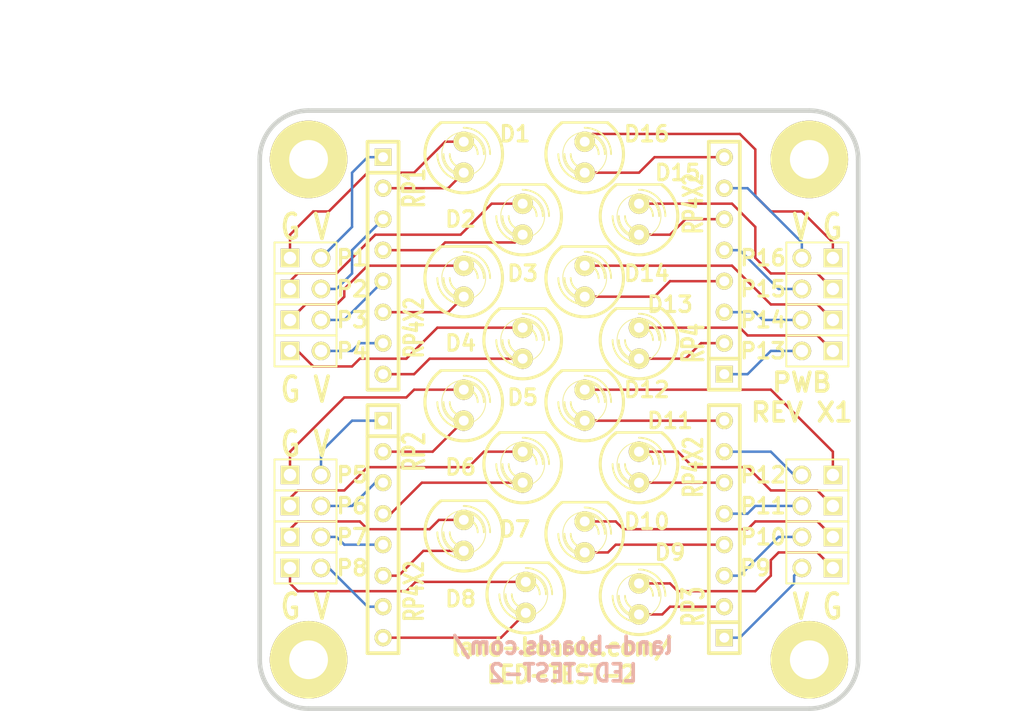
<source format=kicad_pcb>
(kicad_pcb (version 4) (host pcbnew "(after 2015-mar-04 BZR unknown)-product")

  (general
    (links 48)
    (no_connects 0)
    (area 133.617999 71.494801 222.382002 129.222501)
    (thickness 1.6002)
    (drawings 24)
    (tracks 190)
    (zones 0)
    (modules 40)
    (nets 49)
  )

  (page A)
  (title_block
    (title LED-TEST-2)
    (date "Thursday, October 06, 2016")
    (rev X1)
  )

  (layers
    (0 Front signal)
    (31 Back signal)
    (36 B.SilkS user)
    (37 F.SilkS user)
    (38 B.Mask user)
    (39 F.Mask user)
    (40 Dwgs.User user)
    (41 Cmts.User user)
    (44 Edge.Cuts user)
  )

  (setup
    (last_trace_width 0.2032)
    (user_trace_width 0.635)
    (trace_clearance 0.254)
    (zone_clearance 0.3048)
    (zone_45_only no)
    (trace_min 0.2032)
    (segment_width 0.381)
    (edge_width 0.381)
    (via_size 0.889)
    (via_drill 0.635)
    (via_min_size 0.889)
    (via_min_drill 0.508)
    (uvia_size 0.508)
    (uvia_drill 0.127)
    (uvias_allowed no)
    (uvia_min_size 0.508)
    (uvia_min_drill 0.127)
    (pcb_text_width 0.3048)
    (pcb_text_size 1.524 2.032)
    (mod_edge_width 0.381)
    (mod_text_size 1.27 1.27)
    (mod_text_width 0.254)
    (pad_size 1.6764 1.6764)
    (pad_drill 0.8128)
    (pad_to_mask_clearance 0.254)
    (aux_axis_origin 0 0)
    (visible_elements 7FFFFFAF)
    (pcbplotparams
      (layerselection 0x00030_80000001)
      (usegerberextensions true)
      (excludeedgelayer true)
      (linewidth 0.150000)
      (plotframeref false)
      (viasonmask false)
      (mode 1)
      (useauxorigin false)
      (hpglpennumber 1)
      (hpglpenspeed 20)
      (hpglpendiameter 15)
      (hpglpenoverlay 0)
      (psnegative false)
      (psa4output false)
      (plotreference true)
      (plotvalue false)
      (plotinvisibletext false)
      (padsonsilk false)
      (subtractmaskfromsilk false)
      (outputformat 1)
      (mirror false)
      (drillshape 0)
      (scaleselection 1)
      (outputdirectory plots/))
  )

  (net 0 "")
  (net 1 N-000001)
  (net 2 N-0000010)
  (net 3 N-0000011)
  (net 4 N-0000012)
  (net 5 N-0000013)
  (net 6 N-0000014)
  (net 7 N-0000015)
  (net 8 N-0000016)
  (net 9 N-0000017)
  (net 10 N-0000018)
  (net 11 N-0000019)
  (net 12 N-000002)
  (net 13 N-0000020)
  (net 14 N-0000021)
  (net 15 N-0000022)
  (net 16 N-0000023)
  (net 17 N-0000024)
  (net 18 N-0000025)
  (net 19 N-0000026)
  (net 20 N-0000027)
  (net 21 N-0000028)
  (net 22 N-0000029)
  (net 23 N-000003)
  (net 24 N-0000030)
  (net 25 N-0000031)
  (net 26 N-0000032)
  (net 27 N-0000033)
  (net 28 N-0000034)
  (net 29 N-0000035)
  (net 30 N-000004)
  (net 31 N-0000040)
  (net 32 N-0000041)
  (net 33 N-0000042)
  (net 34 N-0000043)
  (net 35 N-0000044)
  (net 36 N-0000045)
  (net 37 N-0000046)
  (net 38 N-0000047)
  (net 39 N-0000048)
  (net 40 N-0000049)
  (net 41 N-000005)
  (net 42 N-0000050)
  (net 43 N-0000051)
  (net 44 N-0000052)
  (net 45 N-000006)
  (net 46 N-000007)
  (net 47 N-000008)
  (net 48 N-000009)

  (net_class Default "This is the default net class."
    (clearance 0.254)
    (trace_width 0.2032)
    (via_dia 0.889)
    (via_drill 0.635)
    (uvia_dia 0.508)
    (uvia_drill 0.127)
    (add_net N-000001)
    (add_net N-0000010)
    (add_net N-0000011)
    (add_net N-0000012)
    (add_net N-0000013)
    (add_net N-0000014)
    (add_net N-0000015)
    (add_net N-0000016)
    (add_net N-0000017)
    (add_net N-0000018)
    (add_net N-0000019)
    (add_net N-000002)
    (add_net N-0000020)
    (add_net N-0000021)
    (add_net N-0000022)
    (add_net N-0000023)
    (add_net N-0000024)
    (add_net N-0000025)
    (add_net N-0000026)
    (add_net N-0000027)
    (add_net N-0000028)
    (add_net N-0000029)
    (add_net N-000003)
    (add_net N-0000030)
    (add_net N-0000031)
    (add_net N-0000032)
    (add_net N-0000033)
    (add_net N-0000034)
    (add_net N-0000035)
    (add_net N-000004)
    (add_net N-0000040)
    (add_net N-0000041)
    (add_net N-0000042)
    (add_net N-0000043)
    (add_net N-0000044)
    (add_net N-0000045)
    (add_net N-0000046)
    (add_net N-0000047)
    (add_net N-0000048)
    (add_net N-0000049)
    (add_net N-000005)
    (add_net N-0000050)
    (add_net N-0000051)
    (add_net N-0000052)
    (add_net N-000006)
    (add_net N-000007)
    (add_net N-000008)
    (add_net N-000009)
  )

  (module LED-5MM (layer Front) (tedit 53B2BD1E) (tstamp 50D9D284)
    (at 171.704 114.808 90)
    (descr "LED 5mm - Lead pitch 100mil (2,54mm)")
    (tags "LED led 5mm 5MM 100mil 2,54mm")
    (path /544A661E)
    (attr virtual)
    (fp_text reference D7 (at 0.508 4.191 180) (layer F.SilkS)
      (effects (font (size 1.27 1.27) (thickness 0.254)))
    )
    (fp_text value LED (at 0 3.81 90) (layer F.SilkS) hide
      (effects (font (size 0.762 0.762) (thickness 0.0889)))
    )
    (fp_line (start 2.8448 1.905) (end 2.8448 -1.905) (layer F.SilkS) (width 0.2032))
    (fp_circle (center 0.254 0) (end -1.016 1.27) (layer F.SilkS) (width 0.0762))
    (fp_arc (start 0.254 0) (end 2.794 1.905) (angle 286.2) (layer F.SilkS) (width 0.254))
    (fp_arc (start 0.254 0) (end -0.889 0) (angle 90) (layer F.SilkS) (width 0.1524))
    (fp_arc (start 0.254 0) (end 1.397 0) (angle 90) (layer F.SilkS) (width 0.1524))
    (fp_arc (start 0.254 0) (end -1.397 0) (angle 90) (layer F.SilkS) (width 0.1524))
    (fp_arc (start 0.254 0) (end 1.905 0) (angle 90) (layer F.SilkS) (width 0.1524))
    (fp_arc (start 0.254 0) (end -1.905 0) (angle 90) (layer F.SilkS) (width 0.1524))
    (fp_arc (start 0.254 0) (end 2.413 0) (angle 90) (layer F.SilkS) (width 0.1524))
    (pad 1 thru_hole circle (at -1.27 0 90) (size 1.6764 1.6764) (drill 0.812799) (layers *.Cu *.Mask F.SilkS)
      (net 10 N-0000018))
    (pad 2 thru_hole circle (at 1.27 0 90) (size 1.6764 1.6764) (drill 0.812799) (layers *.Cu *.Mask F.SilkS)
      (net 24 N-0000030))
    (model discret/leds/led5_vertical_verde.wrl
      (at (xyz 0 0 0))
      (scale (xyz 1 1 1))
      (rotate (xyz 0 0 0))
    )
  )

  (module LED-5MM (layer Front) (tedit 53B2BCE0) (tstamp 50D9D27A)
    (at 181.61 104.14 90)
    (descr "LED 5mm - Lead pitch 100mil (2,54mm)")
    (tags "LED led 5mm 5MM 100mil 2,54mm")
    (path /544A6677)
    (attr virtual)
    (fp_text reference D12 (at 1.27 5.08 180) (layer F.SilkS)
      (effects (font (size 1.27 1.27) (thickness 0.254)))
    )
    (fp_text value LED (at 0 3.81 90) (layer F.SilkS) hide
      (effects (font (size 0.762 0.762) (thickness 0.0889)))
    )
    (fp_line (start 2.8448 1.905) (end 2.8448 -1.905) (layer F.SilkS) (width 0.2032))
    (fp_circle (center 0.254 0) (end -1.016 1.27) (layer F.SilkS) (width 0.0762))
    (fp_arc (start 0.254 0) (end 2.794 1.905) (angle 286.2) (layer F.SilkS) (width 0.254))
    (fp_arc (start 0.254 0) (end -0.889 0) (angle 90) (layer F.SilkS) (width 0.1524))
    (fp_arc (start 0.254 0) (end 1.397 0) (angle 90) (layer F.SilkS) (width 0.1524))
    (fp_arc (start 0.254 0) (end -1.397 0) (angle 90) (layer F.SilkS) (width 0.1524))
    (fp_arc (start 0.254 0) (end 1.905 0) (angle 90) (layer F.SilkS) (width 0.1524))
    (fp_arc (start 0.254 0) (end -1.905 0) (angle 90) (layer F.SilkS) (width 0.1524))
    (fp_arc (start 0.254 0) (end 2.413 0) (angle 90) (layer F.SilkS) (width 0.1524))
    (pad 1 thru_hole circle (at -1.27 0 90) (size 1.6764 1.6764) (drill 0.812799) (layers *.Cu *.Mask F.SilkS)
      (net 48 N-000009))
    (pad 2 thru_hole circle (at 1.27 0 90) (size 1.6764 1.6764) (drill 0.812799) (layers *.Cu *.Mask F.SilkS)
      (net 44 N-0000052))
    (model discret/leds/led5_vertical_verde.wrl
      (at (xyz 0 0 0))
      (scale (xyz 1 1 1))
      (rotate (xyz 0 0 0))
    )
  )

  (module LED-5MM (layer Front) (tedit 53B2BCFB) (tstamp 50D9D27C)
    (at 186.055 109.22 90)
    (descr "LED 5mm - Lead pitch 100mil (2,54mm)")
    (tags "LED led 5mm 5MM 100mil 2,54mm")
    (path /544A6671)
    (attr virtual)
    (fp_text reference D11 (at 3.81 2.54 180) (layer F.SilkS)
      (effects (font (size 1.27 1.27) (thickness 0.254)))
    )
    (fp_text value LED (at 0 3.81 90) (layer F.SilkS) hide
      (effects (font (size 0.762 0.762) (thickness 0.0889)))
    )
    (fp_line (start 2.8448 1.905) (end 2.8448 -1.905) (layer F.SilkS) (width 0.2032))
    (fp_circle (center 0.254 0) (end -1.016 1.27) (layer F.SilkS) (width 0.0762))
    (fp_arc (start 0.254 0) (end 2.794 1.905) (angle 286.2) (layer F.SilkS) (width 0.254))
    (fp_arc (start 0.254 0) (end -0.889 0) (angle 90) (layer F.SilkS) (width 0.1524))
    (fp_arc (start 0.254 0) (end 1.397 0) (angle 90) (layer F.SilkS) (width 0.1524))
    (fp_arc (start 0.254 0) (end -1.397 0) (angle 90) (layer F.SilkS) (width 0.1524))
    (fp_arc (start 0.254 0) (end 1.905 0) (angle 90) (layer F.SilkS) (width 0.1524))
    (fp_arc (start 0.254 0) (end -1.905 0) (angle 90) (layer F.SilkS) (width 0.1524))
    (fp_arc (start 0.254 0) (end 2.413 0) (angle 90) (layer F.SilkS) (width 0.1524))
    (pad 1 thru_hole circle (at -1.27 0 90) (size 1.6764 1.6764) (drill 0.812799) (layers *.Cu *.Mask F.SilkS)
      (net 46 N-000007))
    (pad 2 thru_hole circle (at 1.27 0 90) (size 1.6764 1.6764) (drill 0.812799) (layers *.Cu *.Mask F.SilkS)
      (net 43 N-0000051))
    (model discret/leds/led5_vertical_verde.wrl
      (at (xyz 0 0 0))
      (scale (xyz 1 1 1))
      (rotate (xyz 0 0 0))
    )
  )

  (module LED-5MM (layer Front) (tedit 53B2BD06) (tstamp 50D9D27E)
    (at 181.61 114.935 90)
    (descr "LED 5mm - Lead pitch 100mil (2,54mm)")
    (tags "LED led 5mm 5MM 100mil 2,54mm")
    (path /544A666B)
    (attr virtual)
    (fp_text reference D10 (at 1.27 5.08 180) (layer F.SilkS)
      (effects (font (size 1.27 1.27) (thickness 0.254)))
    )
    (fp_text value LED (at 0 3.81 90) (layer F.SilkS) hide
      (effects (font (size 0.762 0.762) (thickness 0.0889)))
    )
    (fp_line (start 2.8448 1.905) (end 2.8448 -1.905) (layer F.SilkS) (width 0.2032))
    (fp_circle (center 0.254 0) (end -1.016 1.27) (layer F.SilkS) (width 0.0762))
    (fp_arc (start 0.254 0) (end 2.794 1.905) (angle 286.2) (layer F.SilkS) (width 0.254))
    (fp_arc (start 0.254 0) (end -0.889 0) (angle 90) (layer F.SilkS) (width 0.1524))
    (fp_arc (start 0.254 0) (end 1.397 0) (angle 90) (layer F.SilkS) (width 0.1524))
    (fp_arc (start 0.254 0) (end -1.397 0) (angle 90) (layer F.SilkS) (width 0.1524))
    (fp_arc (start 0.254 0) (end 1.905 0) (angle 90) (layer F.SilkS) (width 0.1524))
    (fp_arc (start 0.254 0) (end -1.905 0) (angle 90) (layer F.SilkS) (width 0.1524))
    (fp_arc (start 0.254 0) (end 2.413 0) (angle 90) (layer F.SilkS) (width 0.1524))
    (pad 1 thru_hole circle (at -1.27 0 90) (size 1.6764 1.6764) (drill 0.812799) (layers *.Cu *.Mask F.SilkS)
      (net 41 N-000005))
    (pad 2 thru_hole circle (at 1.27 0 90) (size 1.6764 1.6764) (drill 0.812799) (layers *.Cu *.Mask F.SilkS)
      (net 42 N-0000050))
    (model discret/leds/led5_vertical_verde.wrl
      (at (xyz 0 0 0))
      (scale (xyz 1 1 1))
      (rotate (xyz 0 0 0))
    )
  )

  (module LED-5MM (layer Front) (tedit 53B2BD08) (tstamp 50D9D280)
    (at 186.055 120.015 90)
    (descr "LED 5mm - Lead pitch 100mil (2,54mm)")
    (tags "LED led 5mm 5MM 100mil 2,54mm")
    (path /544A665F)
    (attr virtual)
    (fp_text reference D9 (at 3.81 2.54 180) (layer F.SilkS)
      (effects (font (size 1.27 1.27) (thickness 0.254)))
    )
    (fp_text value LED (at 0 3.81 90) (layer F.SilkS) hide
      (effects (font (size 0.762 0.762) (thickness 0.0889)))
    )
    (fp_line (start 2.8448 1.905) (end 2.8448 -1.905) (layer F.SilkS) (width 0.2032))
    (fp_circle (center 0.254 0) (end -1.016 1.27) (layer F.SilkS) (width 0.0762))
    (fp_arc (start 0.254 0) (end 2.794 1.905) (angle 286.2) (layer F.SilkS) (width 0.254))
    (fp_arc (start 0.254 0) (end -0.889 0) (angle 90) (layer F.SilkS) (width 0.1524))
    (fp_arc (start 0.254 0) (end 1.397 0) (angle 90) (layer F.SilkS) (width 0.1524))
    (fp_arc (start 0.254 0) (end -1.397 0) (angle 90) (layer F.SilkS) (width 0.1524))
    (fp_arc (start 0.254 0) (end 1.905 0) (angle 90) (layer F.SilkS) (width 0.1524))
    (fp_arc (start 0.254 0) (end -1.905 0) (angle 90) (layer F.SilkS) (width 0.1524))
    (fp_arc (start 0.254 0) (end 2.413 0) (angle 90) (layer F.SilkS) (width 0.1524))
    (pad 1 thru_hole circle (at -1.27 0 90) (size 1.6764 1.6764) (drill 0.812799) (layers *.Cu *.Mask F.SilkS)
      (net 23 N-000003))
    (pad 2 thru_hole circle (at 1.27 0 90) (size 1.6764 1.6764) (drill 0.812799) (layers *.Cu *.Mask F.SilkS)
      (net 28 N-0000034))
    (model discret/leds/led5_vertical_verde.wrl
      (at (xyz 0 0 0))
      (scale (xyz 1 1 1))
      (rotate (xyz 0 0 0))
    )
  )

  (module LED-5MM (layer Front) (tedit 53B2BD28) (tstamp 50D9D282)
    (at 176.784 119.888 90)
    (descr "LED 5mm - Lead pitch 100mil (2,54mm)")
    (tags "LED led 5mm 5MM 100mil 2,54mm")
    (path /544A6624)
    (attr virtual)
    (fp_text reference D8 (at -0.127 -5.334 180) (layer F.SilkS)
      (effects (font (size 1.27 1.27) (thickness 0.254)))
    )
    (fp_text value LED (at 0 3.81 90) (layer F.SilkS) hide
      (effects (font (size 0.762 0.762) (thickness 0.0889)))
    )
    (fp_line (start 2.8448 1.905) (end 2.8448 -1.905) (layer F.SilkS) (width 0.2032))
    (fp_circle (center 0.254 0) (end -1.016 1.27) (layer F.SilkS) (width 0.0762))
    (fp_arc (start 0.254 0) (end 2.794 1.905) (angle 286.2) (layer F.SilkS) (width 0.254))
    (fp_arc (start 0.254 0) (end -0.889 0) (angle 90) (layer F.SilkS) (width 0.1524))
    (fp_arc (start 0.254 0) (end 1.397 0) (angle 90) (layer F.SilkS) (width 0.1524))
    (fp_arc (start 0.254 0) (end -1.397 0) (angle 90) (layer F.SilkS) (width 0.1524))
    (fp_arc (start 0.254 0) (end 1.905 0) (angle 90) (layer F.SilkS) (width 0.1524))
    (fp_arc (start 0.254 0) (end -1.905 0) (angle 90) (layer F.SilkS) (width 0.1524))
    (fp_arc (start 0.254 0) (end 2.413 0) (angle 90) (layer F.SilkS) (width 0.1524))
    (pad 1 thru_hole circle (at -1.27 0 90) (size 1.6764 1.6764) (drill 0.812799) (layers *.Cu *.Mask F.SilkS)
      (net 1 N-000001))
    (pad 2 thru_hole circle (at 1.27 0 90) (size 1.6764 1.6764) (drill 0.812799) (layers *.Cu *.Mask F.SilkS)
      (net 27 N-0000033))
    (model discret/leds/led5_vertical_verde.wrl
      (at (xyz 0 0 0))
      (scale (xyz 1 1 1))
      (rotate (xyz 0 0 0))
    )
  )

  (module LED-5MM (layer Front) (tedit 53B2BD26) (tstamp 50D9D286)
    (at 176.53 109.22 90)
    (descr "LED 5mm - Lead pitch 100mil (2,54mm)")
    (tags "LED led 5mm 5MM 100mil 2,54mm")
    (path /544A6618)
    (attr virtual)
    (fp_text reference D6 (at 0 -5.08 180) (layer F.SilkS)
      (effects (font (size 1.27 1.27) (thickness 0.254)))
    )
    (fp_text value LED (at 0 3.81 90) (layer F.SilkS) hide
      (effects (font (size 0.762 0.762) (thickness 0.0889)))
    )
    (fp_line (start 2.8448 1.905) (end 2.8448 -1.905) (layer F.SilkS) (width 0.2032))
    (fp_circle (center 0.254 0) (end -1.016 1.27) (layer F.SilkS) (width 0.0762))
    (fp_arc (start 0.254 0) (end 2.794 1.905) (angle 286.2) (layer F.SilkS) (width 0.254))
    (fp_arc (start 0.254 0) (end -0.889 0) (angle 90) (layer F.SilkS) (width 0.1524))
    (fp_arc (start 0.254 0) (end 1.397 0) (angle 90) (layer F.SilkS) (width 0.1524))
    (fp_arc (start 0.254 0) (end -1.397 0) (angle 90) (layer F.SilkS) (width 0.1524))
    (fp_arc (start 0.254 0) (end 1.905 0) (angle 90) (layer F.SilkS) (width 0.1524))
    (fp_arc (start 0.254 0) (end -1.905 0) (angle 90) (layer F.SilkS) (width 0.1524))
    (fp_arc (start 0.254 0) (end 2.413 0) (angle 90) (layer F.SilkS) (width 0.1524))
    (pad 1 thru_hole circle (at -1.27 0 90) (size 1.6764 1.6764) (drill 0.812799) (layers *.Cu *.Mask F.SilkS)
      (net 8 N-0000016))
    (pad 2 thru_hole circle (at 1.27 0 90) (size 1.6764 1.6764) (drill 0.812799) (layers *.Cu *.Mask F.SilkS)
      (net 26 N-0000032))
    (model discret/leds/led5_vertical_verde.wrl
      (at (xyz 0 0 0))
      (scale (xyz 1 1 1))
      (rotate (xyz 0 0 0))
    )
  )

  (module LED-5MM (layer Front) (tedit 53B2BCB5) (tstamp 50D9D288)
    (at 171.704 104.14 90)
    (descr "LED 5mm - Lead pitch 100mil (2,54mm)")
    (tags "LED led 5mm 5MM 100mil 2,54mm")
    (path /544A660C)
    (attr virtual)
    (fp_text reference D5 (at 0.635 4.826 180) (layer F.SilkS)
      (effects (font (size 1.27 1.27) (thickness 0.254)))
    )
    (fp_text value LED (at 0 3.81 90) (layer F.SilkS) hide
      (effects (font (size 0.762 0.762) (thickness 0.0889)))
    )
    (fp_line (start 2.8448 1.905) (end 2.8448 -1.905) (layer F.SilkS) (width 0.2032))
    (fp_circle (center 0.254 0) (end -1.016 1.27) (layer F.SilkS) (width 0.0762))
    (fp_arc (start 0.254 0) (end 2.794 1.905) (angle 286.2) (layer F.SilkS) (width 0.254))
    (fp_arc (start 0.254 0) (end -0.889 0) (angle 90) (layer F.SilkS) (width 0.1524))
    (fp_arc (start 0.254 0) (end 1.397 0) (angle 90) (layer F.SilkS) (width 0.1524))
    (fp_arc (start 0.254 0) (end -1.397 0) (angle 90) (layer F.SilkS) (width 0.1524))
    (fp_arc (start 0.254 0) (end 1.905 0) (angle 90) (layer F.SilkS) (width 0.1524))
    (fp_arc (start 0.254 0) (end -1.905 0) (angle 90) (layer F.SilkS) (width 0.1524))
    (fp_arc (start 0.254 0) (end 2.413 0) (angle 90) (layer F.SilkS) (width 0.1524))
    (pad 1 thru_hole circle (at -1.27 0 90) (size 1.6764 1.6764) (drill 0.812799) (layers *.Cu *.Mask F.SilkS)
      (net 7 N-0000015))
    (pad 2 thru_hole circle (at 1.27 0 90) (size 1.6764 1.6764) (drill 0.812799) (layers *.Cu *.Mask F.SilkS)
      (net 25 N-0000031))
    (model discret/leds/led5_vertical_verde.wrl
      (at (xyz 0 0 0))
      (scale (xyz 1 1 1))
      (rotate (xyz 0 0 0))
    )
  )

  (module LED-5MM (layer Front) (tedit 53B2BD16) (tstamp 50D9D28A)
    (at 176.53 99.06 90)
    (descr "LED 5mm - Lead pitch 100mil (2,54mm)")
    (tags "LED led 5mm 5MM 100mil 2,54mm")
    (path /544A63B6)
    (attr virtual)
    (fp_text reference D4 (at 0 -5.08 180) (layer F.SilkS)
      (effects (font (size 1.27 1.27) (thickness 0.254)))
    )
    (fp_text value LED (at 0 3.81 90) (layer F.SilkS) hide
      (effects (font (size 0.762 0.762) (thickness 0.0889)))
    )
    (fp_line (start 2.8448 1.905) (end 2.8448 -1.905) (layer F.SilkS) (width 0.2032))
    (fp_circle (center 0.254 0) (end -1.016 1.27) (layer F.SilkS) (width 0.0762))
    (fp_arc (start 0.254 0) (end 2.794 1.905) (angle 286.2) (layer F.SilkS) (width 0.254))
    (fp_arc (start 0.254 0) (end -0.889 0) (angle 90) (layer F.SilkS) (width 0.1524))
    (fp_arc (start 0.254 0) (end 1.397 0) (angle 90) (layer F.SilkS) (width 0.1524))
    (fp_arc (start 0.254 0) (end -1.397 0) (angle 90) (layer F.SilkS) (width 0.1524))
    (fp_arc (start 0.254 0) (end 1.905 0) (angle 90) (layer F.SilkS) (width 0.1524))
    (fp_arc (start 0.254 0) (end -1.905 0) (angle 90) (layer F.SilkS) (width 0.1524))
    (fp_arc (start 0.254 0) (end 2.413 0) (angle 90) (layer F.SilkS) (width 0.1524))
    (pad 1 thru_hole circle (at -1.27 0 90) (size 1.6764 1.6764) (drill 0.812799) (layers *.Cu *.Mask F.SilkS)
      (net 5 N-0000013))
    (pad 2 thru_hole circle (at 1.27 0 90) (size 1.6764 1.6764) (drill 0.812799) (layers *.Cu *.Mask F.SilkS)
      (net 35 N-0000044))
    (model discret/leds/led5_vertical_verde.wrl
      (at (xyz 0 0 0))
      (scale (xyz 1 1 1))
      (rotate (xyz 0 0 0))
    )
  )

  (module LED-5MM (layer Front) (tedit 53B2BC9F) (tstamp 50D9D28C)
    (at 171.704 93.98 90)
    (descr "LED 5mm - Lead pitch 100mil (2,54mm)")
    (tags "LED led 5mm 5MM 100mil 2,54mm")
    (path /544A639D)
    (attr virtual)
    (fp_text reference D3 (at 0.635 4.826 180) (layer F.SilkS)
      (effects (font (size 1.27 1.27) (thickness 0.254)))
    )
    (fp_text value LED (at 0 3.81 90) (layer F.SilkS) hide
      (effects (font (size 0.762 0.762) (thickness 0.0889)))
    )
    (fp_line (start 2.8448 1.905) (end 2.8448 -1.905) (layer F.SilkS) (width 0.2032))
    (fp_circle (center 0.254 0) (end -1.016 1.27) (layer F.SilkS) (width 0.0762))
    (fp_arc (start 0.254 0) (end 2.794 1.905) (angle 286.2) (layer F.SilkS) (width 0.254))
    (fp_arc (start 0.254 0) (end -0.889 0) (angle 90) (layer F.SilkS) (width 0.1524))
    (fp_arc (start 0.254 0) (end 1.397 0) (angle 90) (layer F.SilkS) (width 0.1524))
    (fp_arc (start 0.254 0) (end -1.397 0) (angle 90) (layer F.SilkS) (width 0.1524))
    (fp_arc (start 0.254 0) (end 1.905 0) (angle 90) (layer F.SilkS) (width 0.1524))
    (fp_arc (start 0.254 0) (end -1.905 0) (angle 90) (layer F.SilkS) (width 0.1524))
    (fp_arc (start 0.254 0) (end 2.413 0) (angle 90) (layer F.SilkS) (width 0.1524))
    (pad 1 thru_hole circle (at -1.27 0 90) (size 1.6764 1.6764) (drill 0.812799) (layers *.Cu *.Mask F.SilkS)
      (net 22 N-0000029))
    (pad 2 thru_hole circle (at 1.27 0 90) (size 1.6764 1.6764) (drill 0.812799) (layers *.Cu *.Mask F.SilkS)
      (net 34 N-0000043))
    (model discret/leds/led5_vertical_verde.wrl
      (at (xyz 0 0 0))
      (scale (xyz 1 1 1))
      (rotate (xyz 0 0 0))
    )
  )

  (module LED-5MM (layer Front) (tedit 53B2BD13) (tstamp 50D9D28E)
    (at 176.53 88.9 90)
    (descr "LED 5mm - Lead pitch 100mil (2,54mm)")
    (tags "LED led 5mm 5MM 100mil 2,54mm")
    (path /544A6384)
    (attr virtual)
    (fp_text reference D2 (at 0 -5.08 180) (layer F.SilkS)
      (effects (font (size 1.27 1.27) (thickness 0.254)))
    )
    (fp_text value LED (at 0 3.81 90) (layer F.SilkS) hide
      (effects (font (size 0.762 0.762) (thickness 0.0889)))
    )
    (fp_line (start 2.8448 1.905) (end 2.8448 -1.905) (layer F.SilkS) (width 0.2032))
    (fp_circle (center 0.254 0) (end -1.016 1.27) (layer F.SilkS) (width 0.0762))
    (fp_arc (start 0.254 0) (end 2.794 1.905) (angle 286.2) (layer F.SilkS) (width 0.254))
    (fp_arc (start 0.254 0) (end -0.889 0) (angle 90) (layer F.SilkS) (width 0.1524))
    (fp_arc (start 0.254 0) (end 1.397 0) (angle 90) (layer F.SilkS) (width 0.1524))
    (fp_arc (start 0.254 0) (end -1.397 0) (angle 90) (layer F.SilkS) (width 0.1524))
    (fp_arc (start 0.254 0) (end 1.905 0) (angle 90) (layer F.SilkS) (width 0.1524))
    (fp_arc (start 0.254 0) (end -1.905 0) (angle 90) (layer F.SilkS) (width 0.1524))
    (fp_arc (start 0.254 0) (end 2.413 0) (angle 90) (layer F.SilkS) (width 0.1524))
    (pad 1 thru_hole circle (at -1.27 0 90) (size 1.6764 1.6764) (drill 0.812799) (layers *.Cu *.Mask F.SilkS)
      (net 21 N-0000028))
    (pad 2 thru_hole circle (at 1.27 0 90) (size 1.6764 1.6764) (drill 0.812799) (layers *.Cu *.Mask F.SilkS)
      (net 29 N-0000035))
    (model discret/leds/led5_vertical_verde.wrl
      (at (xyz 0 0 0))
      (scale (xyz 1 1 1))
      (rotate (xyz 0 0 0))
    )
  )

  (module LED-5MM (layer Front) (tedit 53B2BC9C) (tstamp 50D9D290)
    (at 171.704 83.82 90)
    (descr "LED 5mm - Lead pitch 100mil (2,54mm)")
    (tags "LED led 5mm 5MM 100mil 2,54mm")
    (path /51B4B975)
    (attr virtual)
    (fp_text reference D1 (at 1.905 4.191 180) (layer F.SilkS)
      (effects (font (size 1.27 1.27) (thickness 0.254)))
    )
    (fp_text value LED (at 0 3.81 90) (layer F.SilkS) hide
      (effects (font (size 0.762 0.762) (thickness 0.0889)))
    )
    (fp_line (start 2.8448 1.905) (end 2.8448 -1.905) (layer F.SilkS) (width 0.2032))
    (fp_circle (center 0.254 0) (end -1.016 1.27) (layer F.SilkS) (width 0.0762))
    (fp_arc (start 0.254 0) (end 2.794 1.905) (angle 286.2) (layer F.SilkS) (width 0.254))
    (fp_arc (start 0.254 0) (end -0.889 0) (angle 90) (layer F.SilkS) (width 0.1524))
    (fp_arc (start 0.254 0) (end 1.397 0) (angle 90) (layer F.SilkS) (width 0.1524))
    (fp_arc (start 0.254 0) (end -1.397 0) (angle 90) (layer F.SilkS) (width 0.1524))
    (fp_arc (start 0.254 0) (end 1.905 0) (angle 90) (layer F.SilkS) (width 0.1524))
    (fp_arc (start 0.254 0) (end -1.905 0) (angle 90) (layer F.SilkS) (width 0.1524))
    (fp_arc (start 0.254 0) (end 2.413 0) (angle 90) (layer F.SilkS) (width 0.1524))
    (pad 1 thru_hole circle (at -1.27 0 90) (size 1.6764 1.6764) (drill 0.812799) (layers *.Cu *.Mask F.SilkS)
      (net 31 N-0000040))
    (pad 2 thru_hole circle (at 1.27 0 90) (size 1.6764 1.6764) (drill 0.812799) (layers *.Cu *.Mask F.SilkS)
      (net 32 N-0000041))
    (model discret/leds/led5_vertical_verde.wrl
      (at (xyz 0 0 0))
      (scale (xyz 1 1 1))
      (rotate (xyz 0 0 0))
    )
  )

  (module LED-5MM (layer Front) (tedit 53B2BC99) (tstamp 51B4F634)
    (at 181.61 83.82 90)
    (descr "LED 5mm - Lead pitch 100mil (2,54mm)")
    (tags "LED led 5mm 5MM 100mil 2,54mm")
    (path /544A66CA)
    (attr virtual)
    (fp_text reference D16 (at 1.905 5.08 180) (layer F.SilkS)
      (effects (font (size 1.27 1.27) (thickness 0.254)))
    )
    (fp_text value LED (at 0 3.81 90) (layer F.SilkS) hide
      (effects (font (size 0.762 0.762) (thickness 0.0889)))
    )
    (fp_line (start 2.8448 1.905) (end 2.8448 -1.905) (layer F.SilkS) (width 0.2032))
    (fp_circle (center 0.254 0) (end -1.016 1.27) (layer F.SilkS) (width 0.0762))
    (fp_arc (start 0.254 0) (end 2.794 1.905) (angle 286.2) (layer F.SilkS) (width 0.254))
    (fp_arc (start 0.254 0) (end -0.889 0) (angle 90) (layer F.SilkS) (width 0.1524))
    (fp_arc (start 0.254 0) (end 1.397 0) (angle 90) (layer F.SilkS) (width 0.1524))
    (fp_arc (start 0.254 0) (end -1.397 0) (angle 90) (layer F.SilkS) (width 0.1524))
    (fp_arc (start 0.254 0) (end 1.905 0) (angle 90) (layer F.SilkS) (width 0.1524))
    (fp_arc (start 0.254 0) (end -1.905 0) (angle 90) (layer F.SilkS) (width 0.1524))
    (fp_arc (start 0.254 0) (end 2.413 0) (angle 90) (layer F.SilkS) (width 0.1524))
    (pad 1 thru_hole circle (at -1.27 0 90) (size 1.6764 1.6764) (drill 0.8128) (layers *.Cu *.Mask F.SilkS)
      (net 19 N-0000026))
    (pad 2 thru_hole circle (at 1.27 0 90) (size 1.6764 1.6764) (drill 0.8128) (layers *.Cu *.Mask F.SilkS)
      (net 40 N-0000049))
    (model discret/leds/led5_vertical_verde.wrl
      (at (xyz 0 0 0))
      (scale (xyz 1 1 1))
      (rotate (xyz 0 0 0))
    )
  )

  (module LED-5MM (layer Front) (tedit 53B2BCAA) (tstamp 51B4F661)
    (at 186.055 99.06 90)
    (descr "LED 5mm - Lead pitch 100mil (2,54mm)")
    (tags "LED led 5mm 5MM 100mil 2,54mm")
    (path /544A66B2)
    (attr virtual)
    (fp_text reference D13 (at 3.175 2.54 180) (layer F.SilkS)
      (effects (font (size 1.27 1.27) (thickness 0.254)))
    )
    (fp_text value LED (at 0 3.81 90) (layer F.SilkS) hide
      (effects (font (size 0.762 0.762) (thickness 0.0889)))
    )
    (fp_line (start 2.8448 1.905) (end 2.8448 -1.905) (layer F.SilkS) (width 0.2032))
    (fp_circle (center 0.254 0) (end -1.016 1.27) (layer F.SilkS) (width 0.0762))
    (fp_arc (start 0.254 0) (end 2.794 1.905) (angle 286.2) (layer F.SilkS) (width 0.254))
    (fp_arc (start 0.254 0) (end -0.889 0) (angle 90) (layer F.SilkS) (width 0.1524))
    (fp_arc (start 0.254 0) (end 1.397 0) (angle 90) (layer F.SilkS) (width 0.1524))
    (fp_arc (start 0.254 0) (end -1.397 0) (angle 90) (layer F.SilkS) (width 0.1524))
    (fp_arc (start 0.254 0) (end 1.905 0) (angle 90) (layer F.SilkS) (width 0.1524))
    (fp_arc (start 0.254 0) (end -1.905 0) (angle 90) (layer F.SilkS) (width 0.1524))
    (fp_arc (start 0.254 0) (end 2.413 0) (angle 90) (layer F.SilkS) (width 0.1524))
    (pad 1 thru_hole circle (at -1.27 0 90) (size 1.6764 1.6764) (drill 0.8128) (layers *.Cu *.Mask F.SilkS)
      (net 17 N-0000024))
    (pad 2 thru_hole circle (at 1.27 0 90) (size 1.6764 1.6764) (drill 0.8128) (layers *.Cu *.Mask F.SilkS)
      (net 39 N-0000048))
    (model discret/leds/led5_vertical_verde.wrl
      (at (xyz 0 0 0))
      (scale (xyz 1 1 1))
      (rotate (xyz 0 0 0))
    )
  )

  (module LED-5MM (layer Front) (tedit 53B2BCA4) (tstamp 51B4F670)
    (at 181.61 93.98 90)
    (descr "LED 5mm - Lead pitch 100mil (2,54mm)")
    (tags "LED led 5mm 5MM 100mil 2,54mm")
    (path /544A66BE)
    (attr virtual)
    (fp_text reference D14 (at 0.635 5.08 180) (layer F.SilkS)
      (effects (font (size 1.27 1.27) (thickness 0.254)))
    )
    (fp_text value LED (at 0 3.81 90) (layer F.SilkS) hide
      (effects (font (size 0.762 0.762) (thickness 0.0889)))
    )
    (fp_line (start 2.8448 1.905) (end 2.8448 -1.905) (layer F.SilkS) (width 0.2032))
    (fp_circle (center 0.254 0) (end -1.016 1.27) (layer F.SilkS) (width 0.0762))
    (fp_arc (start 0.254 0) (end 2.794 1.905) (angle 286.2) (layer F.SilkS) (width 0.254))
    (fp_arc (start 0.254 0) (end -0.889 0) (angle 90) (layer F.SilkS) (width 0.1524))
    (fp_arc (start 0.254 0) (end 1.397 0) (angle 90) (layer F.SilkS) (width 0.1524))
    (fp_arc (start 0.254 0) (end -1.397 0) (angle 90) (layer F.SilkS) (width 0.1524))
    (fp_arc (start 0.254 0) (end 1.905 0) (angle 90) (layer F.SilkS) (width 0.1524))
    (fp_arc (start 0.254 0) (end -1.905 0) (angle 90) (layer F.SilkS) (width 0.1524))
    (fp_arc (start 0.254 0) (end 2.413 0) (angle 90) (layer F.SilkS) (width 0.1524))
    (pad 1 thru_hole circle (at -1.27 0 90) (size 1.6764 1.6764) (drill 0.8128) (layers *.Cu *.Mask F.SilkS)
      (net 14 N-0000021))
    (pad 2 thru_hole circle (at 1.27 0 90) (size 1.6764 1.6764) (drill 0.8128) (layers *.Cu *.Mask F.SilkS)
      (net 38 N-0000047))
    (model discret/leds/led5_vertical_verde.wrl
      (at (xyz 0 0 0))
      (scale (xyz 1 1 1))
      (rotate (xyz 0 0 0))
    )
  )

  (module LED-5MM (layer Front) (tedit 53B2BD0D) (tstamp 51B4F67F)
    (at 186.055 88.9 90)
    (descr "LED 5mm - Lead pitch 100mil (2,54mm)")
    (tags "LED led 5mm 5MM 100mil 2,54mm")
    (path /544A66C4)
    (attr virtual)
    (fp_text reference D15 (at 3.81 3.175 180) (layer F.SilkS)
      (effects (font (size 1.27 1.27) (thickness 0.254)))
    )
    (fp_text value LED (at 0 3.81 90) (layer F.SilkS) hide
      (effects (font (size 0.762 0.762) (thickness 0.0889)))
    )
    (fp_line (start 2.8448 1.905) (end 2.8448 -1.905) (layer F.SilkS) (width 0.2032))
    (fp_circle (center 0.254 0) (end -1.016 1.27) (layer F.SilkS) (width 0.0762))
    (fp_arc (start 0.254 0) (end 2.794 1.905) (angle 286.2) (layer F.SilkS) (width 0.254))
    (fp_arc (start 0.254 0) (end -0.889 0) (angle 90) (layer F.SilkS) (width 0.1524))
    (fp_arc (start 0.254 0) (end 1.397 0) (angle 90) (layer F.SilkS) (width 0.1524))
    (fp_arc (start 0.254 0) (end -1.397 0) (angle 90) (layer F.SilkS) (width 0.1524))
    (fp_arc (start 0.254 0) (end 1.905 0) (angle 90) (layer F.SilkS) (width 0.1524))
    (fp_arc (start 0.254 0) (end -1.905 0) (angle 90) (layer F.SilkS) (width 0.1524))
    (fp_arc (start 0.254 0) (end 2.413 0) (angle 90) (layer F.SilkS) (width 0.1524))
    (pad 1 thru_hole circle (at -1.27 0 90) (size 1.6764 1.6764) (drill 0.8128) (layers *.Cu *.Mask F.SilkS)
      (net 16 N-0000023))
    (pad 2 thru_hole circle (at 1.27 0 90) (size 1.6764 1.6764) (drill 0.8128) (layers *.Cu *.Mask F.SilkS)
      (net 37 N-0000046))
    (model discret/leds/led5_vertical_verde.wrl
      (at (xyz 0 0 0))
      (scale (xyz 1 1 1))
      (rotate (xyz 0 0 0))
    )
  )

  (module MTG-4-40 (layer Front) (tedit 50F036E3) (tstamp 51B4F699)
    (at 200 125)
    (path /50D9D700)
    (fp_text reference MTG4 (at -6.858 -0.635) (layer F.SilkS) hide
      (effects (font (size 1.27 1.27) (thickness 0.254)))
    )
    (fp_text value CONN_1 (at 0 -5.08) (layer F.SilkS) hide
      (effects (font (thickness 0.3048)))
    )
    (pad 1 thru_hole circle (at 0 0) (size 6.35 6.35) (drill 3.175) (layers *.Cu *.Mask F.SilkS))
  )

  (module MTG-4-40 (layer Front) (tedit 50F036E3) (tstamp 51B4F69E)
    (at 159 125)
    (path /50D9D6F9)
    (fp_text reference MTG3 (at -6.858 -0.635) (layer F.SilkS) hide
      (effects (font (size 1.27 1.27) (thickness 0.254)))
    )
    (fp_text value CONN_1 (at 0 -5.08) (layer F.SilkS) hide
      (effects (font (thickness 0.3048)))
    )
    (pad 1 thru_hole circle (at 0 0) (size 6.35 6.35) (drill 3.175) (layers *.Cu *.Mask F.SilkS))
  )

  (module MTG-4-40 (layer Front) (tedit 50F036E3) (tstamp 51B4F6A3)
    (at 200 84)
    (path /50D9D6F4)
    (fp_text reference MTG2 (at -6.858 -0.635) (layer F.SilkS) hide
      (effects (font (size 1.27 1.27) (thickness 0.254)))
    )
    (fp_text value CONN_1 (at 0 -5.08) (layer F.SilkS) hide
      (effects (font (thickness 0.3048)))
    )
    (pad 1 thru_hole circle (at 0 0) (size 6.35 6.35) (drill 3.175) (layers *.Cu *.Mask F.SilkS))
  )

  (module MTG-4-40 (layer Front) (tedit 50F036E3) (tstamp 51B4F6A8)
    (at 159 84)
    (path /50D9D6EF)
    (fp_text reference MTG1 (at -6.858 -0.635) (layer F.SilkS) hide
      (effects (font (size 1.27 1.27) (thickness 0.254)))
    )
    (fp_text value CONN_1 (at 0 -5.08) (layer F.SilkS) hide
      (effects (font (thickness 0.3048)))
    )
    (pad 1 thru_hole circle (at 0 0) (size 6.35 6.35) (drill 3.175) (layers *.Cu *.Mask F.SilkS))
  )

  (module PIN_ARRAY_2X1 (layer Front) (tedit 544A721C) (tstamp 544A66B0)
    (at 200.66 117.475 180)
    (descr "Connecteurs 2 pins")
    (tags "CONN DEV")
    (path /544A6665)
    (fp_text reference P9 (at 5.08 0 180) (layer F.SilkS)
      (effects (font (size 1.27 1.27) (thickness 0.254)))
    )
    (fp_text value CONN_2 (at 0 -1.905 180) (layer F.SilkS) hide
      (effects (font (size 0.762 0.762) (thickness 0.1524)))
    )
    (fp_line (start -2.54 1.27) (end -2.54 -1.27) (layer F.SilkS) (width 0.1524))
    (fp_line (start -2.54 -1.27) (end 2.54 -1.27) (layer F.SilkS) (width 0.1524))
    (fp_line (start 2.54 -1.27) (end 2.54 1.27) (layer F.SilkS) (width 0.1524))
    (fp_line (start 2.54 1.27) (end -2.54 1.27) (layer F.SilkS) (width 0.1524))
    (pad 1 thru_hole rect (at -1.27 0 180) (size 1.524 1.524) (drill 1.016) (layers *.Cu *.Mask F.SilkS)
      (net 28 N-0000034))
    (pad 2 thru_hole circle (at 1.27 0 180) (size 1.524 1.524) (drill 1.016) (layers *.Cu *.Mask F.SilkS)
      (net 12 N-000002))
    (model pin_array/pins_array_2x1.wrl
      (at (xyz 0 0 0))
      (scale (xyz 1 1 1))
      (rotate (xyz 0 0 0))
    )
  )

  (module PIN_ARRAY_2X1 (layer Front) (tedit 544A6FB2) (tstamp 544A66BA)
    (at 200.66 92.075 180)
    (descr "Connecteurs 2 pins")
    (tags "CONN DEV")
    (path /544A66FF)
    (fp_text reference P16 (at 4.445 0 180) (layer F.SilkS)
      (effects (font (size 1.27 1.27) (thickness 0.254)))
    )
    (fp_text value CONN_2 (at 0 -1.905 180) (layer F.SilkS) hide
      (effects (font (size 0.762 0.762) (thickness 0.1524)))
    )
    (fp_line (start -2.54 1.27) (end -2.54 -1.27) (layer F.SilkS) (width 0.1524))
    (fp_line (start -2.54 -1.27) (end 2.54 -1.27) (layer F.SilkS) (width 0.1524))
    (fp_line (start 2.54 -1.27) (end 2.54 1.27) (layer F.SilkS) (width 0.1524))
    (fp_line (start 2.54 1.27) (end -2.54 1.27) (layer F.SilkS) (width 0.1524))
    (pad 1 thru_hole rect (at -1.27 0 180) (size 1.524 1.524) (drill 1.016) (layers *.Cu *.Mask F.SilkS)
      (net 40 N-0000049))
    (pad 2 thru_hole circle (at 1.27 0 180) (size 1.524 1.524) (drill 1.016) (layers *.Cu *.Mask F.SilkS)
      (net 18 N-0000025))
    (model pin_array/pins_array_2x1.wrl
      (at (xyz 0 0 0))
      (scale (xyz 1 1 1))
      (rotate (xyz 0 0 0))
    )
  )

  (module PIN_ARRAY_2X1 (layer Front) (tedit 544A6FBA) (tstamp 544A66C4)
    (at 200.66 94.615 180)
    (descr "Connecteurs 2 pins")
    (tags "CONN DEV")
    (path /544A66F9)
    (fp_text reference P15 (at 4.445 0 180) (layer F.SilkS)
      (effects (font (size 1.27 1.27) (thickness 0.254)))
    )
    (fp_text value CONN_2 (at 0 -1.905 180) (layer F.SilkS) hide
      (effects (font (size 0.762 0.762) (thickness 0.1524)))
    )
    (fp_line (start -2.54 1.27) (end -2.54 -1.27) (layer F.SilkS) (width 0.1524))
    (fp_line (start -2.54 -1.27) (end 2.54 -1.27) (layer F.SilkS) (width 0.1524))
    (fp_line (start 2.54 -1.27) (end 2.54 1.27) (layer F.SilkS) (width 0.1524))
    (fp_line (start 2.54 1.27) (end -2.54 1.27) (layer F.SilkS) (width 0.1524))
    (pad 1 thru_hole rect (at -1.27 0 180) (size 1.524 1.524) (drill 1.016) (layers *.Cu *.Mask F.SilkS)
      (net 37 N-0000046))
    (pad 2 thru_hole circle (at 1.27 0 180) (size 1.524 1.524) (drill 1.016) (layers *.Cu *.Mask F.SilkS)
      (net 15 N-0000022))
    (model pin_array/pins_array_2x1.wrl
      (at (xyz 0 0 0))
      (scale (xyz 1 1 1))
      (rotate (xyz 0 0 0))
    )
  )

  (module PIN_ARRAY_2X1 (layer Front) (tedit 544A6FF0) (tstamp 544A66CE)
    (at 200.66 97.155 180)
    (descr "Connecteurs 2 pins")
    (tags "CONN DEV")
    (path /544A66F3)
    (fp_text reference P14 (at 4.445 0 180) (layer F.SilkS)
      (effects (font (size 1.27 1.27) (thickness 0.254)))
    )
    (fp_text value CONN_2 (at 0 -1.905 180) (layer F.SilkS) hide
      (effects (font (size 0.762 0.762) (thickness 0.1524)))
    )
    (fp_line (start -2.54 1.27) (end -2.54 -1.27) (layer F.SilkS) (width 0.1524))
    (fp_line (start -2.54 -1.27) (end 2.54 -1.27) (layer F.SilkS) (width 0.1524))
    (fp_line (start 2.54 -1.27) (end 2.54 1.27) (layer F.SilkS) (width 0.1524))
    (fp_line (start 2.54 1.27) (end -2.54 1.27) (layer F.SilkS) (width 0.1524))
    (pad 1 thru_hole rect (at -1.27 0 180) (size 1.524 1.524) (drill 1.016) (layers *.Cu *.Mask F.SilkS)
      (net 38 N-0000047))
    (pad 2 thru_hole circle (at 1.27 0 180) (size 1.524 1.524) (drill 1.016) (layers *.Cu *.Mask F.SilkS)
      (net 13 N-0000020))
    (model pin_array/pins_array_2x1.wrl
      (at (xyz 0 0 0))
      (scale (xyz 1 1 1))
      (rotate (xyz 0 0 0))
    )
  )

  (module PIN_ARRAY_2X1 (layer Front) (tedit 544A6FF4) (tstamp 544A66D8)
    (at 200.66 99.695 180)
    (descr "Connecteurs 2 pins")
    (tags "CONN DEV")
    (path /544A66B8)
    (fp_text reference P13 (at 4.445 0 180) (layer F.SilkS)
      (effects (font (size 1.27 1.27) (thickness 0.254)))
    )
    (fp_text value CONN_2 (at 0 -1.905 180) (layer F.SilkS) hide
      (effects (font (size 0.762 0.762) (thickness 0.1524)))
    )
    (fp_line (start -2.54 1.27) (end -2.54 -1.27) (layer F.SilkS) (width 0.1524))
    (fp_line (start -2.54 -1.27) (end 2.54 -1.27) (layer F.SilkS) (width 0.1524))
    (fp_line (start 2.54 -1.27) (end 2.54 1.27) (layer F.SilkS) (width 0.1524))
    (fp_line (start 2.54 1.27) (end -2.54 1.27) (layer F.SilkS) (width 0.1524))
    (pad 1 thru_hole rect (at -1.27 0 180) (size 1.524 1.524) (drill 1.016) (layers *.Cu *.Mask F.SilkS)
      (net 39 N-0000048))
    (pad 2 thru_hole circle (at 1.27 0 180) (size 1.524 1.524) (drill 1.016) (layers *.Cu *.Mask F.SilkS)
      (net 2 N-0000010))
    (model pin_array/pins_array_2x1.wrl
      (at (xyz 0 0 0))
      (scale (xyz 1 1 1))
      (rotate (xyz 0 0 0))
    )
  )

  (module PIN_ARRAY_2X1 (layer Front) (tedit 544A722A) (tstamp 544A66E2)
    (at 200.66 109.855 180)
    (descr "Connecteurs 2 pins")
    (tags "CONN DEV")
    (path /544A66AC)
    (fp_text reference P12 (at 4.445 0 180) (layer F.SilkS)
      (effects (font (size 1.27 1.27) (thickness 0.254)))
    )
    (fp_text value CONN_2 (at 0 -1.905 180) (layer F.SilkS) hide
      (effects (font (size 0.762 0.762) (thickness 0.1524)))
    )
    (fp_line (start -2.54 1.27) (end -2.54 -1.27) (layer F.SilkS) (width 0.1524))
    (fp_line (start -2.54 -1.27) (end 2.54 -1.27) (layer F.SilkS) (width 0.1524))
    (fp_line (start 2.54 -1.27) (end 2.54 1.27) (layer F.SilkS) (width 0.1524))
    (fp_line (start 2.54 1.27) (end -2.54 1.27) (layer F.SilkS) (width 0.1524))
    (pad 1 thru_hole rect (at -1.27 0 180) (size 1.524 1.524) (drill 1.016) (layers *.Cu *.Mask F.SilkS)
      (net 44 N-0000052))
    (pad 2 thru_hole circle (at 1.27 0 180) (size 1.524 1.524) (drill 1.016) (layers *.Cu *.Mask F.SilkS)
      (net 47 N-000008))
    (model pin_array/pins_array_2x1.wrl
      (at (xyz 0 0 0))
      (scale (xyz 1 1 1))
      (rotate (xyz 0 0 0))
    )
  )

  (module PIN_ARRAY_2X1 (layer Front) (tedit 544A7226) (tstamp 544A66EC)
    (at 200.66 112.395 180)
    (descr "Connecteurs 2 pins")
    (tags "CONN DEV")
    (path /544A66A6)
    (fp_text reference P11 (at 4.445 0 180) (layer F.SilkS)
      (effects (font (size 1.27 1.27) (thickness 0.254)))
    )
    (fp_text value CONN_2 (at 0 -1.905 180) (layer F.SilkS) hide
      (effects (font (size 0.762 0.762) (thickness 0.1524)))
    )
    (fp_line (start -2.54 1.27) (end -2.54 -1.27) (layer F.SilkS) (width 0.1524))
    (fp_line (start -2.54 -1.27) (end 2.54 -1.27) (layer F.SilkS) (width 0.1524))
    (fp_line (start 2.54 -1.27) (end 2.54 1.27) (layer F.SilkS) (width 0.1524))
    (fp_line (start 2.54 1.27) (end -2.54 1.27) (layer F.SilkS) (width 0.1524))
    (pad 1 thru_hole rect (at -1.27 0 180) (size 1.524 1.524) (drill 1.016) (layers *.Cu *.Mask F.SilkS)
      (net 43 N-0000051))
    (pad 2 thru_hole circle (at 1.27 0 180) (size 1.524 1.524) (drill 1.016) (layers *.Cu *.Mask F.SilkS)
      (net 45 N-000006))
    (model pin_array/pins_array_2x1.wrl
      (at (xyz 0 0 0))
      (scale (xyz 1 1 1))
      (rotate (xyz 0 0 0))
    )
  )

  (module PIN_ARRAY_2X1 (layer Front) (tedit 544A7222) (tstamp 544A66F6)
    (at 200.66 114.935 180)
    (descr "Connecteurs 2 pins")
    (tags "CONN DEV")
    (path /544A66A0)
    (fp_text reference P10 (at 4.445 0 180) (layer F.SilkS)
      (effects (font (size 1.27 1.27) (thickness 0.254)))
    )
    (fp_text value CONN_2 (at 0 -1.905 180) (layer F.SilkS) hide
      (effects (font (size 0.762 0.762) (thickness 0.1524)))
    )
    (fp_line (start -2.54 1.27) (end -2.54 -1.27) (layer F.SilkS) (width 0.1524))
    (fp_line (start -2.54 -1.27) (end 2.54 -1.27) (layer F.SilkS) (width 0.1524))
    (fp_line (start 2.54 -1.27) (end 2.54 1.27) (layer F.SilkS) (width 0.1524))
    (fp_line (start 2.54 1.27) (end -2.54 1.27) (layer F.SilkS) (width 0.1524))
    (pad 1 thru_hole rect (at -1.27 0 180) (size 1.524 1.524) (drill 1.016) (layers *.Cu *.Mask F.SilkS)
      (net 42 N-0000050))
    (pad 2 thru_hole circle (at 1.27 0 180) (size 1.524 1.524) (drill 1.016) (layers *.Cu *.Mask F.SilkS)
      (net 30 N-000004))
    (model pin_array/pins_array_2x1.wrl
      (at (xyz 0 0 0))
      (scale (xyz 1 1 1))
      (rotate (xyz 0 0 0))
    )
  )

  (module PIN_ARRAY_2X1 (layer Front) (tedit 544A6EB1) (tstamp 544A6700)
    (at 158.75 92.075)
    (descr "Connecteurs 2 pins")
    (tags "CONN DEV")
    (path /544A6367)
    (fp_text reference P1 (at 3.81 0) (layer F.SilkS)
      (effects (font (size 1.27 1.27) (thickness 0.254)))
    )
    (fp_text value CONN_2 (at 0 -1.905) (layer F.SilkS) hide
      (effects (font (size 0.762 0.762) (thickness 0.1524)))
    )
    (fp_line (start -2.54 1.27) (end -2.54 -1.27) (layer F.SilkS) (width 0.1524))
    (fp_line (start -2.54 -1.27) (end 2.54 -1.27) (layer F.SilkS) (width 0.1524))
    (fp_line (start 2.54 -1.27) (end 2.54 1.27) (layer F.SilkS) (width 0.1524))
    (fp_line (start 2.54 1.27) (end -2.54 1.27) (layer F.SilkS) (width 0.1524))
    (pad 1 thru_hole rect (at -1.27 0) (size 1.524 1.524) (drill 1.016) (layers *.Cu *.Mask F.SilkS)
      (net 32 N-0000041))
    (pad 2 thru_hole circle (at 1.27 0) (size 1.524 1.524) (drill 1.016) (layers *.Cu *.Mask F.SilkS)
      (net 33 N-0000042))
    (model pin_array/pins_array_2x1.wrl
      (at (xyz 0 0 0))
      (scale (xyz 1 1 1))
      (rotate (xyz 0 0 0))
    )
  )

  (module PIN_ARRAY_2X1 (layer Front) (tedit 544A6E62) (tstamp 544A670A)
    (at 158.75 117.475)
    (descr "Connecteurs 2 pins")
    (tags "CONN DEV")
    (path /544A6659)
    (fp_text reference P8 (at 3.81 0) (layer F.SilkS)
      (effects (font (size 1.27 1.27) (thickness 0.254)))
    )
    (fp_text value CONN_2 (at 0 -1.905) (layer F.SilkS) hide
      (effects (font (size 0.762 0.762) (thickness 0.1524)))
    )
    (fp_line (start -2.54 1.27) (end -2.54 -1.27) (layer F.SilkS) (width 0.1524))
    (fp_line (start -2.54 -1.27) (end 2.54 -1.27) (layer F.SilkS) (width 0.1524))
    (fp_line (start 2.54 -1.27) (end 2.54 1.27) (layer F.SilkS) (width 0.1524))
    (fp_line (start 2.54 1.27) (end -2.54 1.27) (layer F.SilkS) (width 0.1524))
    (pad 1 thru_hole rect (at -1.27 0) (size 1.524 1.524) (drill 1.016) (layers *.Cu *.Mask F.SilkS)
      (net 27 N-0000033))
    (pad 2 thru_hole circle (at 1.27 0) (size 1.524 1.524) (drill 1.016) (layers *.Cu *.Mask F.SilkS)
      (net 11 N-0000019))
    (model pin_array/pins_array_2x1.wrl
      (at (xyz 0 0 0))
      (scale (xyz 1 1 1))
      (rotate (xyz 0 0 0))
    )
  )

  (module PIN_ARRAY_2X1 (layer Front) (tedit 544A6E68) (tstamp 544A6714)
    (at 158.75 114.935)
    (descr "Connecteurs 2 pins")
    (tags "CONN DEV")
    (path /544A6653)
    (fp_text reference P7 (at 3.81 0) (layer F.SilkS)
      (effects (font (size 1.27 1.27) (thickness 0.254)))
    )
    (fp_text value CONN_2 (at 0 -1.905) (layer F.SilkS) hide
      (effects (font (size 0.762 0.762) (thickness 0.1524)))
    )
    (fp_line (start -2.54 1.27) (end -2.54 -1.27) (layer F.SilkS) (width 0.1524))
    (fp_line (start -2.54 -1.27) (end 2.54 -1.27) (layer F.SilkS) (width 0.1524))
    (fp_line (start 2.54 -1.27) (end 2.54 1.27) (layer F.SilkS) (width 0.1524))
    (fp_line (start 2.54 1.27) (end -2.54 1.27) (layer F.SilkS) (width 0.1524))
    (pad 1 thru_hole rect (at -1.27 0) (size 1.524 1.524) (drill 1.016) (layers *.Cu *.Mask F.SilkS)
      (net 24 N-0000030))
    (pad 2 thru_hole circle (at 1.27 0) (size 1.524 1.524) (drill 1.016) (layers *.Cu *.Mask F.SilkS)
      (net 9 N-0000017))
    (model pin_array/pins_array_2x1.wrl
      (at (xyz 0 0 0))
      (scale (xyz 1 1 1))
      (rotate (xyz 0 0 0))
    )
  )

  (module PIN_ARRAY_2X1 (layer Front) (tedit 544A6E6D) (tstamp 544A671E)
    (at 158.75 112.395)
    (descr "Connecteurs 2 pins")
    (tags "CONN DEV")
    (path /544A664D)
    (fp_text reference P6 (at 3.81 0) (layer F.SilkS)
      (effects (font (size 1.27 1.27) (thickness 0.254)))
    )
    (fp_text value CONN_2 (at 0 -1.905) (layer F.SilkS) hide
      (effects (font (size 0.762 0.762) (thickness 0.1524)))
    )
    (fp_line (start -2.54 1.27) (end -2.54 -1.27) (layer F.SilkS) (width 0.1524))
    (fp_line (start -2.54 -1.27) (end 2.54 -1.27) (layer F.SilkS) (width 0.1524))
    (fp_line (start 2.54 -1.27) (end 2.54 1.27) (layer F.SilkS) (width 0.1524))
    (fp_line (start 2.54 1.27) (end -2.54 1.27) (layer F.SilkS) (width 0.1524))
    (pad 1 thru_hole rect (at -1.27 0) (size 1.524 1.524) (drill 1.016) (layers *.Cu *.Mask F.SilkS)
      (net 26 N-0000032))
    (pad 2 thru_hole circle (at 1.27 0) (size 1.524 1.524) (drill 1.016) (layers *.Cu *.Mask F.SilkS)
      (net 3 N-0000011))
    (model pin_array/pins_array_2x1.wrl
      (at (xyz 0 0 0))
      (scale (xyz 1 1 1))
      (rotate (xyz 0 0 0))
    )
  )

  (module PIN_ARRAY_2X1 (layer Front) (tedit 544A6E74) (tstamp 544A6728)
    (at 158.75 109.855)
    (descr "Connecteurs 2 pins")
    (tags "CONN DEV")
    (path /544A6612)
    (fp_text reference P5 (at 3.81 0) (layer F.SilkS)
      (effects (font (size 1.27 1.27) (thickness 0.254)))
    )
    (fp_text value CONN_2 (at 0 -1.905) (layer F.SilkS) hide
      (effects (font (size 0.762 0.762) (thickness 0.1524)))
    )
    (fp_line (start -2.54 1.27) (end -2.54 -1.27) (layer F.SilkS) (width 0.1524))
    (fp_line (start -2.54 -1.27) (end 2.54 -1.27) (layer F.SilkS) (width 0.1524))
    (fp_line (start 2.54 -1.27) (end 2.54 1.27) (layer F.SilkS) (width 0.1524))
    (fp_line (start 2.54 1.27) (end -2.54 1.27) (layer F.SilkS) (width 0.1524))
    (pad 1 thru_hole rect (at -1.27 0) (size 1.524 1.524) (drill 1.016) (layers *.Cu *.Mask F.SilkS)
      (net 25 N-0000031))
    (pad 2 thru_hole circle (at 1.27 0) (size 1.524 1.524) (drill 1.016) (layers *.Cu *.Mask F.SilkS)
      (net 6 N-0000014))
    (model pin_array/pins_array_2x1.wrl
      (at (xyz 0 0 0))
      (scale (xyz 1 1 1))
      (rotate (xyz 0 0 0))
    )
  )

  (module PIN_ARRAY_2X1 (layer Front) (tedit 544A6E98) (tstamp 544A6732)
    (at 158.75 99.695)
    (descr "Connecteurs 2 pins")
    (tags "CONN DEV")
    (path /544A65E8)
    (fp_text reference P4 (at 3.81 0) (layer F.SilkS)
      (effects (font (size 1.27 1.27) (thickness 0.254)))
    )
    (fp_text value CONN_2 (at 0 -1.905) (layer F.SilkS) hide
      (effects (font (size 0.762 0.762) (thickness 0.1524)))
    )
    (fp_line (start -2.54 1.27) (end -2.54 -1.27) (layer F.SilkS) (width 0.1524))
    (fp_line (start -2.54 -1.27) (end 2.54 -1.27) (layer F.SilkS) (width 0.1524))
    (fp_line (start 2.54 -1.27) (end 2.54 1.27) (layer F.SilkS) (width 0.1524))
    (fp_line (start 2.54 1.27) (end -2.54 1.27) (layer F.SilkS) (width 0.1524))
    (pad 1 thru_hole rect (at -1.27 0) (size 1.524 1.524) (drill 1.016) (layers *.Cu *.Mask F.SilkS)
      (net 35 N-0000044))
    (pad 2 thru_hole circle (at 1.27 0) (size 1.524 1.524) (drill 1.016) (layers *.Cu *.Mask F.SilkS)
      (net 4 N-0000012))
    (model pin_array/pins_array_2x1.wrl
      (at (xyz 0 0 0))
      (scale (xyz 1 1 1))
      (rotate (xyz 0 0 0))
    )
  )

  (module PIN_ARRAY_2X1 (layer Front) (tedit 544A6EA4) (tstamp 544A673C)
    (at 158.75 97.155)
    (descr "Connecteurs 2 pins")
    (tags "CONN DEV")
    (path /544A65E2)
    (fp_text reference P3 (at 3.81 0) (layer F.SilkS)
      (effects (font (size 1.27 1.27) (thickness 0.254)))
    )
    (fp_text value CONN_2 (at 0 -1.905) (layer F.SilkS) hide
      (effects (font (size 0.762 0.762) (thickness 0.1524)))
    )
    (fp_line (start -2.54 1.27) (end -2.54 -1.27) (layer F.SilkS) (width 0.1524))
    (fp_line (start -2.54 -1.27) (end 2.54 -1.27) (layer F.SilkS) (width 0.1524))
    (fp_line (start 2.54 -1.27) (end 2.54 1.27) (layer F.SilkS) (width 0.1524))
    (fp_line (start 2.54 1.27) (end -2.54 1.27) (layer F.SilkS) (width 0.1524))
    (pad 1 thru_hole rect (at -1.27 0) (size 1.524 1.524) (drill 1.016) (layers *.Cu *.Mask F.SilkS)
      (net 34 N-0000043))
    (pad 2 thru_hole circle (at 1.27 0) (size 1.524 1.524) (drill 1.016) (layers *.Cu *.Mask F.SilkS)
      (net 36 N-0000045))
    (model pin_array/pins_array_2x1.wrl
      (at (xyz 0 0 0))
      (scale (xyz 1 1 1))
      (rotate (xyz 0 0 0))
    )
  )

  (module PIN_ARRAY_2X1 (layer Front) (tedit 544A6EAB) (tstamp 544A6746)
    (at 158.75 94.615)
    (descr "Connecteurs 2 pins")
    (tags "CONN DEV")
    (path /544A65DC)
    (fp_text reference P2 (at 3.81 0) (layer F.SilkS)
      (effects (font (size 1.27 1.27) (thickness 0.254)))
    )
    (fp_text value CONN_2 (at 0 -1.905) (layer F.SilkS) hide
      (effects (font (size 0.762 0.762) (thickness 0.1524)))
    )
    (fp_line (start -2.54 1.27) (end -2.54 -1.27) (layer F.SilkS) (width 0.1524))
    (fp_line (start -2.54 -1.27) (end 2.54 -1.27) (layer F.SilkS) (width 0.1524))
    (fp_line (start 2.54 -1.27) (end 2.54 1.27) (layer F.SilkS) (width 0.1524))
    (fp_line (start 2.54 1.27) (end -2.54 1.27) (layer F.SilkS) (width 0.1524))
    (pad 1 thru_hole rect (at -1.27 0) (size 1.524 1.524) (drill 1.016) (layers *.Cu *.Mask F.SilkS)
      (net 29 N-0000035))
    (pad 2 thru_hole circle (at 1.27 0) (size 1.524 1.524) (drill 1.016) (layers *.Cu *.Mask F.SilkS)
      (net 20 N-0000027))
    (model pin_array/pins_array_2x1.wrl
      (at (xyz 0 0 0))
      (scale (xyz 1 1 1))
      (rotate (xyz 0 0 0))
    )
  )

  (module SIL-8 (layer Front) (tedit 200000) (tstamp 546FA0A2)
    (at 165.1 92.71 270)
    (descr "Connecteur 8 pins")
    (tags "CONN DEV")
    (path /546FA4FE)
    (fp_text reference RP1 (at -6.35 -2.54 270) (layer F.SilkS)
      (effects (font (size 1.72974 1.08712) (thickness 0.3048)))
    )
    (fp_text value RP4X2 (at 5.08 -2.54 270) (layer F.SilkS)
      (effects (font (size 1.524 1.016) (thickness 0.3048)))
    )
    (fp_line (start -10.16 -1.27) (end 10.16 -1.27) (layer F.SilkS) (width 0.3048))
    (fp_line (start 10.16 -1.27) (end 10.16 1.27) (layer F.SilkS) (width 0.3048))
    (fp_line (start 10.16 1.27) (end -10.16 1.27) (layer F.SilkS) (width 0.3048))
    (fp_line (start -10.16 1.27) (end -10.16 -1.27) (layer F.SilkS) (width 0.3048))
    (fp_line (start -7.62 1.27) (end -7.62 -1.27) (layer F.SilkS) (width 0.3048))
    (pad 1 thru_hole rect (at -8.89 0 270) (size 1.397 1.397) (drill 0.8128) (layers *.Cu *.Mask F.SilkS)
      (net 33 N-0000042))
    (pad 2 thru_hole circle (at -6.35 0 270) (size 1.397 1.397) (drill 0.8128) (layers *.Cu *.Mask F.SilkS)
      (net 31 N-0000040))
    (pad 3 thru_hole circle (at -3.81 0 270) (size 1.397 1.397) (drill 0.8128) (layers *.Cu *.Mask F.SilkS)
      (net 20 N-0000027))
    (pad 4 thru_hole circle (at -1.27 0 270) (size 1.397 1.397) (drill 0.8128) (layers *.Cu *.Mask F.SilkS)
      (net 21 N-0000028))
    (pad 5 thru_hole circle (at 1.27 0 270) (size 1.397 1.397) (drill 0.8128) (layers *.Cu *.Mask F.SilkS)
      (net 36 N-0000045))
    (pad 6 thru_hole circle (at 3.81 0 270) (size 1.397 1.397) (drill 0.8128) (layers *.Cu *.Mask F.SilkS)
      (net 22 N-0000029))
    (pad 7 thru_hole circle (at 6.35 0 270) (size 1.397 1.397) (drill 0.8128) (layers *.Cu *.Mask F.SilkS)
      (net 4 N-0000012))
    (pad 8 thru_hole circle (at 8.89 0 270) (size 1.397 1.397) (drill 0.8128) (layers *.Cu *.Mask F.SilkS)
      (net 5 N-0000013))
  )

  (module SIL-8 (layer Front) (tedit 200000) (tstamp 546FA0B3)
    (at 165.1 114.3 270)
    (descr "Connecteur 8 pins")
    (tags "CONN DEV")
    (path /546FA53F)
    (fp_text reference RP2 (at -6.35 -2.54 270) (layer F.SilkS)
      (effects (font (size 1.72974 1.08712) (thickness 0.3048)))
    )
    (fp_text value RP4X2 (at 5.08 -2.54 270) (layer F.SilkS)
      (effects (font (size 1.524 1.016) (thickness 0.3048)))
    )
    (fp_line (start -10.16 -1.27) (end 10.16 -1.27) (layer F.SilkS) (width 0.3048))
    (fp_line (start 10.16 -1.27) (end 10.16 1.27) (layer F.SilkS) (width 0.3048))
    (fp_line (start 10.16 1.27) (end -10.16 1.27) (layer F.SilkS) (width 0.3048))
    (fp_line (start -10.16 1.27) (end -10.16 -1.27) (layer F.SilkS) (width 0.3048))
    (fp_line (start -7.62 1.27) (end -7.62 -1.27) (layer F.SilkS) (width 0.3048))
    (pad 1 thru_hole rect (at -8.89 0 270) (size 1.397 1.397) (drill 0.8128) (layers *.Cu *.Mask F.SilkS)
      (net 6 N-0000014))
    (pad 2 thru_hole circle (at -6.35 0 270) (size 1.397 1.397) (drill 0.8128) (layers *.Cu *.Mask F.SilkS)
      (net 7 N-0000015))
    (pad 3 thru_hole circle (at -3.81 0 270) (size 1.397 1.397) (drill 0.8128) (layers *.Cu *.Mask F.SilkS)
      (net 3 N-0000011))
    (pad 4 thru_hole circle (at -1.27 0 270) (size 1.397 1.397) (drill 0.8128) (layers *.Cu *.Mask F.SilkS)
      (net 8 N-0000016))
    (pad 5 thru_hole circle (at 1.27 0 270) (size 1.397 1.397) (drill 0.8128) (layers *.Cu *.Mask F.SilkS)
      (net 9 N-0000017))
    (pad 6 thru_hole circle (at 3.81 0 270) (size 1.397 1.397) (drill 0.8128) (layers *.Cu *.Mask F.SilkS)
      (net 10 N-0000018))
    (pad 7 thru_hole circle (at 6.35 0 270) (size 1.397 1.397) (drill 0.8128) (layers *.Cu *.Mask F.SilkS)
      (net 11 N-0000019))
    (pad 8 thru_hole circle (at 8.89 0 270) (size 1.397 1.397) (drill 0.8128) (layers *.Cu *.Mask F.SilkS)
      (net 1 N-000001))
  )

  (module SIL-8 (layer Front) (tedit 200000) (tstamp 546FA0C4)
    (at 193.04 114.3 90)
    (descr "Connecteur 8 pins")
    (tags "CONN DEV")
    (path /546FA545)
    (fp_text reference RP3 (at -6.35 -2.54 90) (layer F.SilkS)
      (effects (font (size 1.72974 1.08712) (thickness 0.3048)))
    )
    (fp_text value RP4X2 (at 5.08 -2.54 90) (layer F.SilkS)
      (effects (font (size 1.524 1.016) (thickness 0.3048)))
    )
    (fp_line (start -10.16 -1.27) (end 10.16 -1.27) (layer F.SilkS) (width 0.3048))
    (fp_line (start 10.16 -1.27) (end 10.16 1.27) (layer F.SilkS) (width 0.3048))
    (fp_line (start 10.16 1.27) (end -10.16 1.27) (layer F.SilkS) (width 0.3048))
    (fp_line (start -10.16 1.27) (end -10.16 -1.27) (layer F.SilkS) (width 0.3048))
    (fp_line (start -7.62 1.27) (end -7.62 -1.27) (layer F.SilkS) (width 0.3048))
    (pad 1 thru_hole rect (at -8.89 0 90) (size 1.397 1.397) (drill 0.8128) (layers *.Cu *.Mask F.SilkS)
      (net 12 N-000002))
    (pad 2 thru_hole circle (at -6.35 0 90) (size 1.397 1.397) (drill 0.8128) (layers *.Cu *.Mask F.SilkS)
      (net 23 N-000003))
    (pad 3 thru_hole circle (at -3.81 0 90) (size 1.397 1.397) (drill 0.8128) (layers *.Cu *.Mask F.SilkS)
      (net 30 N-000004))
    (pad 4 thru_hole circle (at -1.27 0 90) (size 1.397 1.397) (drill 0.8128) (layers *.Cu *.Mask F.SilkS)
      (net 41 N-000005))
    (pad 5 thru_hole circle (at 1.27 0 90) (size 1.397 1.397) (drill 0.8128) (layers *.Cu *.Mask F.SilkS)
      (net 45 N-000006))
    (pad 6 thru_hole circle (at 3.81 0 90) (size 1.397 1.397) (drill 0.8128) (layers *.Cu *.Mask F.SilkS)
      (net 46 N-000007))
    (pad 7 thru_hole circle (at 6.35 0 90) (size 1.397 1.397) (drill 0.8128) (layers *.Cu *.Mask F.SilkS)
      (net 47 N-000008))
    (pad 8 thru_hole circle (at 8.89 0 90) (size 1.397 1.397) (drill 0.8128) (layers *.Cu *.Mask F.SilkS)
      (net 48 N-000009))
  )

  (module SIL-8 (layer Front) (tedit 200000) (tstamp 546FA0D5)
    (at 193.04 92.71 90)
    (descr "Connecteur 8 pins")
    (tags "CONN DEV")
    (path /546FA54B)
    (fp_text reference RP4 (at -6.35 -2.54 90) (layer F.SilkS)
      (effects (font (size 1.72974 1.08712) (thickness 0.3048)))
    )
    (fp_text value RP4X2 (at 5.08 -2.54 90) (layer F.SilkS)
      (effects (font (size 1.524 1.016) (thickness 0.3048)))
    )
    (fp_line (start -10.16 -1.27) (end 10.16 -1.27) (layer F.SilkS) (width 0.3048))
    (fp_line (start 10.16 -1.27) (end 10.16 1.27) (layer F.SilkS) (width 0.3048))
    (fp_line (start 10.16 1.27) (end -10.16 1.27) (layer F.SilkS) (width 0.3048))
    (fp_line (start -10.16 1.27) (end -10.16 -1.27) (layer F.SilkS) (width 0.3048))
    (fp_line (start -7.62 1.27) (end -7.62 -1.27) (layer F.SilkS) (width 0.3048))
    (pad 1 thru_hole rect (at -8.89 0 90) (size 1.397 1.397) (drill 0.8128) (layers *.Cu *.Mask F.SilkS)
      (net 2 N-0000010))
    (pad 2 thru_hole circle (at -6.35 0 90) (size 1.397 1.397) (drill 0.8128) (layers *.Cu *.Mask F.SilkS)
      (net 17 N-0000024))
    (pad 3 thru_hole circle (at -3.81 0 90) (size 1.397 1.397) (drill 0.8128) (layers *.Cu *.Mask F.SilkS)
      (net 13 N-0000020))
    (pad 4 thru_hole circle (at -1.27 0 90) (size 1.397 1.397) (drill 0.8128) (layers *.Cu *.Mask F.SilkS)
      (net 14 N-0000021))
    (pad 5 thru_hole circle (at 1.27 0 90) (size 1.397 1.397) (drill 0.8128) (layers *.Cu *.Mask F.SilkS)
      (net 15 N-0000022))
    (pad 6 thru_hole circle (at 3.81 0 90) (size 1.397 1.397) (drill 0.8128) (layers *.Cu *.Mask F.SilkS)
      (net 16 N-0000023))
    (pad 7 thru_hole circle (at 6.35 0 90) (size 1.397 1.397) (drill 0.8128) (layers *.Cu *.Mask F.SilkS)
      (net 18 N-0000025))
    (pad 8 thru_hole circle (at 8.89 0 90) (size 1.397 1.397) (drill 0.8128) (layers *.Cu *.Mask F.SilkS)
      (net 19 N-0000026))
  )

  (gr_text "V G" (at 200.66 89.535) (layer F.SilkS)
    (effects (font (size 2.032 1.524) (thickness 0.3048)))
  )
  (gr_text "V G" (at 200.66 120.65) (layer F.SilkS)
    (effects (font (size 2.032 1.524) (thickness 0.3048)))
  )
  (gr_text "G V" (at 158.75 102.87) (layer F.SilkS)
    (effects (font (size 2.032 1.524) (thickness 0.3048)))
  )
  (gr_text "G V" (at 158.75 89.535) (layer F.SilkS)
    (effects (font (size 2.032 1.524) (thickness 0.3048)))
  )
  (gr_text "G V" (at 158.75 107.315) (layer F.SilkS)
    (effects (font (size 2.032 1.524) (thickness 0.3048)))
  )
  (gr_text "G V" (at 158.75 120.65) (layer F.SilkS)
    (effects (font (size 2.032 1.524) (thickness 0.3048)))
  )
  (dimension 41 (width 0.3048) (layer Dwgs.User)
    (gr_text "41.000 mm" (at 215.6256 104.5 90) (layer Dwgs.User)
      (effects (font (size 2.032 1.524) (thickness 0.3048)))
    )
    (feature1 (pts (xy 200 84) (xy 217.2512 84)))
    (feature2 (pts (xy 200 125) (xy 217.2512 125)))
    (crossbar (pts (xy 214 125) (xy 214 84)))
    (arrow1a (pts (xy 214 84) (xy 214.58642 85.126503)))
    (arrow1b (pts (xy 214 84) (xy 213.41358 85.126503)))
    (arrow2a (pts (xy 214 125) (xy 214.58642 123.873497)))
    (arrow2b (pts (xy 214 125) (xy 213.41358 123.873497)))
  )
  (gr_text "land-boards.com/\nLED-TEST-2" (at 179.705 125.095) (layer F.SilkS)
    (effects (font (size 1.397 1.27) (thickness 0.3048)))
  )
  (gr_line (start 184.912 129.032) (end 190.5 129.032) (angle 90) (layer Dwgs.User) (width 0.381))
  (dimension 41 (width 0.3048) (layer Dwgs.User)
    (gr_text "41.000 mm" (at 140.3744 104.5 90) (layer Dwgs.User)
      (effects (font (size 2.032 1.524) (thickness 0.3048)))
    )
    (feature1 (pts (xy 159 84) (xy 138.7488 84)))
    (feature2 (pts (xy 159 125) (xy 138.7488 125)))
    (crossbar (pts (xy 142 125) (xy 142 84)))
    (arrow1a (pts (xy 142 84) (xy 142.58642 85.126503)))
    (arrow1b (pts (xy 142 84) (xy 141.41358 85.126503)))
    (arrow2a (pts (xy 142 125) (xy 142.58642 123.873497)))
    (arrow2b (pts (xy 142 125) (xy 141.41358 123.873497)))
  )
  (dimension 4 (width 0.3048) (layer Dwgs.User)
    (gr_text "4.000 mm" (at 157 73.374401) (layer Dwgs.User)
      (effects (font (size 2.032 1.524) (thickness 0.3048)))
    )
    (feature1 (pts (xy 155 84) (xy 155 71.748801)))
    (feature2 (pts (xy 159 84) (xy 159 71.748801)))
    (crossbar (pts (xy 159 75.000001) (xy 155 75.000001)))
    (arrow1a (pts (xy 155 75.000001) (xy 156.126503 74.413581)))
    (arrow1b (pts (xy 155 75.000001) (xy 156.126503 75.586421)))
    (arrow2a (pts (xy 159 75.000001) (xy 157.873497 74.413581)))
    (arrow2b (pts (xy 159 75.000001) (xy 157.873497 75.586421)))
  )
  (dimension 4 (width 0.3048) (layer Dwgs.User)
    (gr_text "4.000 mm" (at 148.3744 82 90) (layer Dwgs.User)
      (effects (font (size 2.032 1.524) (thickness 0.3048)))
    )
    (feature1 (pts (xy 159 80) (xy 146.7488 80)))
    (feature2 (pts (xy 159 84) (xy 146.7488 84)))
    (crossbar (pts (xy 150 84) (xy 150 80)))
    (arrow1a (pts (xy 150 80) (xy 150.58642 81.126503)))
    (arrow1b (pts (xy 150 80) (xy 149.41358 81.126503)))
    (arrow2a (pts (xy 150 84) (xy 150.58642 82.873497)))
    (arrow2b (pts (xy 150 84) (xy 149.41358 82.873497)))
  )
  (gr_text "land-boards.com/\nLED-TEST-2" (at 179.832 124.968) (layer B.SilkS)
    (effects (font (size 1.397 1.27) (thickness 0.3048)) (justify mirror))
  )
  (gr_text "PWB\nREV X1" (at 199.39 103.505) (layer F.SilkS)
    (effects (font (thickness 0.3048)))
  )
  (gr_line (start 204 125) (end 204 84) (angle 90) (layer Edge.Cuts) (width 0.381))
  (gr_line (start 159 129) (end 200 129) (angle 90) (layer Edge.Cuts) (width 0.381))
  (gr_line (start 155 84) (end 155 125) (angle 90) (layer Edge.Cuts) (width 0.381))
  (gr_line (start 200 80) (end 159 80) (angle 90) (layer Edge.Cuts) (width 0.381))
  (gr_arc (start 159 125) (end 159 129) (angle 90) (layer Edge.Cuts) (width 0.381))
  (gr_arc (start 200 125) (end 204 125) (angle 90) (layer Edge.Cuts) (width 0.381))
  (gr_arc (start 200 84) (end 200 80) (angle 90) (layer Edge.Cuts) (width 0.381))
  (gr_arc (start 159 84) (end 155 84) (angle 90) (layer Edge.Cuts) (width 0.381))
  (dimension 49 (width 0.3048) (layer Dwgs.User)
    (gr_text "49.000 mm" (at 151.3744 104.5 90) (layer Dwgs.User)
      (effects (font (size 2.032 1.524) (thickness 0.3048)))
    )
    (feature1 (pts (xy 155 80) (xy 149.7488 80)))
    (feature2 (pts (xy 155 129) (xy 149.7488 129)))
    (crossbar (pts (xy 153 129) (xy 153 80)))
    (arrow1a (pts (xy 153 80) (xy 153.58642 81.126503)))
    (arrow1b (pts (xy 153 80) (xy 152.41358 81.126503)))
    (arrow2a (pts (xy 153 129) (xy 153.58642 127.873497)))
    (arrow2b (pts (xy 153 129) (xy 152.41358 127.873497)))
  )
  (dimension 49 (width 0.3048) (layer Dwgs.User)
    (gr_text "49.000 mm" (at 179.5 76.374401) (layer Dwgs.User)
      (effects (font (size 2.032 1.524) (thickness 0.3048)))
    )
    (feature1 (pts (xy 204 80) (xy 204 74.748801)))
    (feature2 (pts (xy 155 80) (xy 155 74.748801)))
    (crossbar (pts (xy 155 78.000001) (xy 204 78.000001)))
    (arrow1a (pts (xy 204 78.000001) (xy 202.873497 78.586421)))
    (arrow1b (pts (xy 204 78.000001) (xy 202.873497 77.413581)))
    (arrow2a (pts (xy 155 78.000001) (xy 156.126503 78.586421)))
    (arrow2b (pts (xy 155 78.000001) (xy 156.126503 77.413581)))
  )

  (segment (start 165.1 123.19) (end 174.752 123.19) (width 0.2032) (layer Front) (net 1) (status 10))
  (segment (start 174.752 123.19) (end 176.784 121.158) (width 0.2032) (layer Front) (net 1) (tstamp 544A6CA7) (status 20))
  (segment (start 194.945 101.6) (end 196.85 99.695) (width 0.2032) (layer Back) (net 2) (tstamp 544A7410))
  (segment (start 193.04 101.6) (end 194.945 101.6) (width 0.2032) (layer Back) (net 2))
  (segment (start 196.85 99.695) (end 199.39 99.695) (width 0.2032) (layer Back) (net 2) (tstamp 544A7412))
  (segment (start 162.56 112.395) (end 164.465 110.49) (width 0.2032) (layer Back) (net 3) (tstamp 544A7393))
  (segment (start 164.465 110.49) (end 165.1 110.49) (width 0.2032) (layer Back) (net 3) (tstamp 544A7395))
  (segment (start 160.02 112.395) (end 162.56 112.395) (width 0.2032) (layer Back) (net 3))
  (segment (start 163.195 99.06) (end 165.1 99.06) (width 0.2032) (layer Back) (net 4) (tstamp 544A6BD7) (status 20))
  (segment (start 162.56 99.695) (end 163.195 99.06) (width 0.2032) (layer Back) (net 4) (tstamp 544A6BD5))
  (segment (start 160.02 99.695) (end 162.56 99.695) (width 0.2032) (layer Back) (net 4) (status 10))
  (segment (start 167.64 101.6) (end 165.1 101.6) (width 0.2032) (layer Front) (net 5) (tstamp 544A6C0A) (status 20))
  (segment (start 168.91 100.33) (end 167.64 101.6) (width 0.2032) (layer Front) (net 5) (tstamp 544A6C07))
  (segment (start 176.53 100.33) (end 168.91 100.33) (width 0.2032) (layer Front) (net 5) (status 10))
  (segment (start 162.56 105.41) (end 165.1 105.41) (width 0.2032) (layer Back) (net 6) (tstamp 544A7390))
  (segment (start 160.02 107.95) (end 162.56 105.41) (width 0.2032) (layer Back) (net 6) (tstamp 544A738D))
  (segment (start 160.02 109.855) (end 160.02 107.95) (width 0.2032) (layer Back) (net 6))
  (segment (start 169.164 107.95) (end 171.704 105.41) (width 0.2032) (layer Front) (net 7) (tstamp 544A6C53) (status 20))
  (segment (start 165.1 107.95) (end 169.164 107.95) (width 0.2032) (layer Front) (net 7) (status 10))
  (segment (start 165.735 113.03) (end 168.275 110.49) (width 0.2032) (layer Front) (net 8) (tstamp 544A6C92) (status 10))
  (segment (start 165.1 113.03) (end 165.735 113.03) (width 0.2032) (layer Front) (net 8) (status 30))
  (segment (start 168.275 110.49) (end 176.53 110.49) (width 0.2032) (layer Front) (net 8) (tstamp 544A6C93) (status 20))
  (segment (start 161.925 115.57) (end 165.1 115.57) (width 0.2032) (layer Back) (net 9) (tstamp 544A739A))
  (segment (start 161.29 114.935) (end 161.925 115.57) (width 0.2032) (layer Back) (net 9) (tstamp 544A7399))
  (segment (start 160.02 114.935) (end 161.29 114.935) (width 0.2032) (layer Back) (net 9))
  (segment (start 166.37 118.11) (end 168.402 116.078) (width 0.2032) (layer Front) (net 10) (tstamp 544A73C4))
  (segment (start 165.1 118.11) (end 166.37 118.11) (width 0.2032) (layer Front) (net 10))
  (segment (start 168.402 116.078) (end 171.704 116.078) (width 0.2032) (layer Front) (net 10) (tstamp 544A73C6))
  (segment (start 163.83 120.65) (end 165.1 120.65) (width 0.2032) (layer Back) (net 11) (tstamp 544A73A1))
  (segment (start 160.655 117.475) (end 163.83 120.65) (width 0.2032) (layer Back) (net 11) (tstamp 544A73A0))
  (segment (start 160.02 117.475) (end 160.655 117.475) (width 0.2032) (layer Back) (net 11))
  (segment (start 198.755 118.745) (end 198.755 118.11) (width 0.2032) (layer Back) (net 12) (tstamp 544A73FE))
  (segment (start 198.755 118.11) (end 199.39 117.475) (width 0.2032) (layer Back) (net 12) (tstamp 544A73FF))
  (segment (start 196.85 120.65) (end 198.755 118.745) (width 0.2032) (layer Back) (net 12))
  (segment (start 194.31 123.19) (end 196.85 120.65) (width 0.2032) (layer Back) (net 12) (tstamp 544A73D7))
  (segment (start 193.04 123.19) (end 194.31 123.19) (width 0.2032) (layer Back) (net 12))
  (segment (start 195.58 96.52) (end 193.04 96.52) (width 0.2032) (layer Back) (net 13) (tstamp 544A7417))
  (segment (start 196.215 97.155) (end 195.58 96.52) (width 0.2032) (layer Back) (net 13) (tstamp 544A7416))
  (segment (start 199.39 97.155) (end 196.215 97.155) (width 0.2032) (layer Back) (net 13))
  (segment (start 187.325 95.25) (end 188.595 93.98) (width 0.2032) (layer Front) (net 14) (tstamp 544A743E))
  (segment (start 188.595 93.98) (end 193.04 93.98) (width 0.2032) (layer Front) (net 14) (tstamp 544A7441))
  (segment (start 181.61 95.25) (end 187.325 95.25) (width 0.2032) (layer Front) (net 14))
  (segment (start 194.31 91.44) (end 193.04 91.44) (width 0.2032) (layer Back) (net 15) (tstamp 544A741E))
  (segment (start 197.485 94.615) (end 194.31 91.44) (width 0.2032) (layer Back) (net 15) (tstamp 544A741C))
  (segment (start 199.39 94.615) (end 197.485 94.615) (width 0.2032) (layer Back) (net 15))
  (segment (start 188.595 90.17) (end 186.055 90.17) (width 0.2032) (layer Front) (net 16) (tstamp 544A6D82) (status 20))
  (segment (start 189.865 88.9) (end 188.595 90.17) (width 0.2032) (layer Front) (net 16) (tstamp 544A6D81))
  (segment (start 193.04 88.9) (end 189.865 88.9) (width 0.2032) (layer Front) (net 16) (status 10))
  (segment (start 191.135 99.06) (end 189.865 100.33) (width 0.2032) (layer Front) (net 17) (tstamp 544A6D3C))
  (segment (start 193.04 99.06) (end 191.135 99.06) (width 0.2032) (layer Front) (net 17) (status 10))
  (segment (start 189.865 100.33) (end 186.055 100.33) (width 0.2032) (layer Front) (net 17) (tstamp 544A6D3E) (status 20))
  (segment (start 194.945 86.36) (end 199.39 90.805) (width 0.2032) (layer Back) (net 18) (tstamp 544A7429))
  (segment (start 193.04 86.36) (end 194.945 86.36) (width 0.2032) (layer Back) (net 18))
  (segment (start 199.39 90.805) (end 199.39 92.075) (width 0.2032) (layer Back) (net 18) (tstamp 544A742B))
  (segment (start 187.325 83.82) (end 193.04 83.82) (width 0.2032) (layer Front) (net 19) (tstamp 544A6D7A) (status 20))
  (segment (start 186.055 85.09) (end 187.325 83.82) (width 0.2032) (layer Front) (net 19) (tstamp 544A6D78))
  (segment (start 181.61 85.09) (end 186.055 85.09) (width 0.2032) (layer Front) (net 19) (status 10))
  (segment (start 162.56 91.44) (end 165.1 88.9) (width 0.2032) (layer Back) (net 20) (tstamp 544A6BE7) (status 20))
  (segment (start 161.29 94.615) (end 162.56 93.345) (width 0.2032) (layer Back) (net 20) (tstamp 544A6BE1))
  (segment (start 162.56 93.345) (end 162.56 91.44) (width 0.2032) (layer Back) (net 20) (tstamp 544A6BE3))
  (segment (start 160.02 94.615) (end 161.29 94.615) (width 0.2032) (layer Back) (net 20) (status 10))
  (segment (start 170.18 90.805) (end 175.895 90.805) (width 0.2032) (layer Front) (net 21) (tstamp 544A6BFB))
  (segment (start 175.895 90.805) (end 176.53 90.17) (width 0.2032) (layer Front) (net 21) (tstamp 544A6BFC) (status 20))
  (segment (start 169.545 91.44) (end 170.18 90.805) (width 0.2032) (layer Front) (net 21) (tstamp 544A6BF7))
  (segment (start 165.1 91.44) (end 169.545 91.44) (width 0.2032) (layer Front) (net 21) (status 10))
  (segment (start 170.434 96.52) (end 171.704 95.25) (width 0.2032) (layer Front) (net 22) (tstamp 544A6C02) (status 20))
  (segment (start 165.1 96.52) (end 170.434 96.52) (width 0.2032) (layer Front) (net 22) (status 10))
  (segment (start 188.595 120.65) (end 187.96 121.285) (width 0.2032) (layer Front) (net 23) (tstamp 544A6CC4))
  (segment (start 193.04 120.65) (end 188.595 120.65) (width 0.2032) (layer Front) (net 23) (status 10))
  (segment (start 187.96 121.285) (end 186.055 121.285) (width 0.2032) (layer Front) (net 23) (tstamp 544A6CC6) (status 20))
  (segment (start 157.48 114.3) (end 158.115 113.665) (width 0.2032) (layer Front) (net 24) (tstamp 544A6C65) (status 10))
  (segment (start 158.115 113.665) (end 163.195 113.665) (width 0.2032) (layer Front) (net 24) (tstamp 544A6C66))
  (segment (start 163.195 113.665) (end 163.83 114.3) (width 0.2032) (layer Front) (net 24) (tstamp 544A6C69))
  (segment (start 163.83 114.3) (end 168.91 114.3) (width 0.2032) (layer Front) (net 24) (tstamp 544A6C6A))
  (segment (start 168.91 114.3) (end 169.672 113.538) (width 0.2032) (layer Front) (net 24) (tstamp 544A6C6B))
  (segment (start 169.672 113.538) (end 171.704 113.538) (width 0.2032) (layer Front) (net 24) (tstamp 544A6C6C) (status 20))
  (segment (start 157.48 114.935) (end 157.48 114.3) (width 0.2032) (layer Front) (net 24) (status 30))
  (segment (start 157.48 107.95) (end 161.925 103.505) (width 0.2032) (layer Front) (net 25) (tstamp 544A6C45))
  (segment (start 161.925 103.505) (end 167.005 103.505) (width 0.2032) (layer Front) (net 25) (tstamp 544A6C47))
  (segment (start 167.005 103.505) (end 167.64 102.87) (width 0.2032) (layer Front) (net 25) (tstamp 544A6C49))
  (segment (start 167.64 102.87) (end 171.704 102.87) (width 0.2032) (layer Front) (net 25) (tstamp 544A6C4B) (status 20))
  (segment (start 157.48 109.855) (end 157.48 107.95) (width 0.2032) (layer Front) (net 25) (status 10))
  (segment (start 157.48 111.76) (end 158.115 111.125) (width 0.2032) (layer Front) (net 26) (tstamp 544A6C56) (status 10))
  (segment (start 158.115 111.125) (end 161.925 111.125) (width 0.2032) (layer Front) (net 26) (tstamp 544A6C57))
  (segment (start 161.925 111.125) (end 163.83 109.22) (width 0.2032) (layer Front) (net 26) (tstamp 544A6C58))
  (segment (start 163.83 109.22) (end 172.085 109.22) (width 0.2032) (layer Front) (net 26) (tstamp 544A6C5A))
  (segment (start 172.085 109.22) (end 173.355 107.95) (width 0.2032) (layer Front) (net 26) (tstamp 544A6C5C))
  (segment (start 173.355 107.95) (end 176.53 107.95) (width 0.2032) (layer Front) (net 26) (tstamp 544A6C5E) (status 20))
  (segment (start 157.48 112.395) (end 157.48 111.76) (width 0.2032) (layer Front) (net 26) (status 30))
  (segment (start 167.767 118.618) (end 167.005 119.38) (width 0.2032) (layer Front) (net 27) (tstamp 544A73BA))
  (segment (start 167.005 119.38) (end 158.115 119.38) (width 0.2032) (layer Front) (net 27) (tstamp 544A73BB))
  (segment (start 158.115 119.38) (end 157.48 118.745) (width 0.2032) (layer Front) (net 27) (tstamp 544A73BD))
  (segment (start 157.48 118.745) (end 157.48 117.475) (width 0.2032) (layer Front) (net 27) (tstamp 544A73BE))
  (segment (start 176.784 118.618) (end 167.767 118.618) (width 0.2032) (layer Front) (net 27))
  (segment (start 186.055 118.745) (end 186.055 118.4275) (width 0.2032) (layer Front) (net 28) (status 30))
  (segment (start 197.485 116.205) (end 196.85 116.84) (width 0.2032) (layer Front) (net 28) (tstamp 544A6CCC))
  (segment (start 196.85 116.84) (end 196.85 118.11) (width 0.2032) (layer Front) (net 28) (tstamp 544A6CCD))
  (segment (start 196.85 118.11) (end 195.58 119.38) (width 0.2032) (layer Front) (net 28) (tstamp 544A6CCE))
  (segment (start 195.58 119.38) (end 189.23 119.38) (width 0.2032) (layer Front) (net 28) (tstamp 544A6CD0))
  (segment (start 189.23 119.38) (end 188.595 118.745) (width 0.2032) (layer Front) (net 28) (tstamp 544A6CD2))
  (segment (start 188.595 118.745) (end 186.055 118.745) (width 0.2032) (layer Front) (net 28) (tstamp 544A6CD3) (status 20))
  (segment (start 200.66 116.205) (end 201.93 117.475) (width 0.2032) (layer Front) (net 28) (tstamp 544A70ED) (status 20))
  (segment (start 197.485 116.205) (end 200.66 116.205) (width 0.2032) (layer Front) (net 28))
  (segment (start 157.48 93.98) (end 158.115 93.345) (width 0.2032) (layer Front) (net 29) (tstamp 544A6BEB) (status 10))
  (segment (start 158.115 93.345) (end 161.29 93.345) (width 0.2032) (layer Front) (net 29) (tstamp 544A6BEC))
  (segment (start 161.29 93.345) (end 164.465 90.17) (width 0.2032) (layer Front) (net 29) (tstamp 544A6BED))
  (segment (start 164.465 90.17) (end 171.45 90.17) (width 0.2032) (layer Front) (net 29) (tstamp 544A6BEF))
  (segment (start 171.45 90.17) (end 173.99 87.63) (width 0.2032) (layer Front) (net 29) (tstamp 544A6BF1))
  (segment (start 173.99 87.63) (end 176.53 87.63) (width 0.2032) (layer Front) (net 29) (tstamp 544A6BF3) (status 20))
  (segment (start 157.48 94.615) (end 157.48 93.98) (width 0.2032) (layer Front) (net 29) (status 30))
  (segment (start 194.31 118.11) (end 197.485 114.935) (width 0.2032) (layer Back) (net 30) (tstamp 544A73F5))
  (segment (start 193.04 118.11) (end 194.31 118.11) (width 0.2032) (layer Back) (net 30))
  (segment (start 199.39 114.935) (end 197.485 114.935) (width 0.2032) (layer Back) (net 30))
  (segment (start 165.1 86.36) (end 170.434 86.36) (width 0.2032) (layer Front) (net 31) (status 10))
  (segment (start 170.434 86.36) (end 171.704 85.09) (width 0.2032) (layer Front) (net 31) (tstamp 544A6BBC) (status 20))
  (segment (start 157.48 90.17) (end 159.385 88.265) (width 0.2032) (layer Front) (net 32) (tstamp 544A6BAD))
  (segment (start 159.385 88.265) (end 160.655 88.265) (width 0.2032) (layer Front) (net 32) (tstamp 544A6BAF))
  (segment (start 160.655 88.265) (end 163.83 85.09) (width 0.2032) (layer Front) (net 32) (tstamp 544A6BB2))
  (segment (start 163.83 85.09) (end 167.64 85.09) (width 0.2032) (layer Front) (net 32) (tstamp 544A6BB5))
  (segment (start 167.64 85.09) (end 170.18 82.55) (width 0.2032) (layer Front) (net 32) (tstamp 544A6BB7))
  (segment (start 170.18 82.55) (end 171.704 82.55) (width 0.2032) (layer Front) (net 32) (tstamp 544A6BB9) (status 20))
  (segment (start 157.48 92.075) (end 157.48 90.17) (width 0.2032) (layer Front) (net 32) (status 10))
  (segment (start 162.56 85.09) (end 163.83 83.82) (width 0.2032) (layer Back) (net 33) (tstamp 544A6BC5))
  (segment (start 163.83 83.82) (end 165.1 83.82) (width 0.2032) (layer Back) (net 33) (tstamp 544A6BC7) (status 20))
  (segment (start 162.56 89.535) (end 162.56 85.09) (width 0.2032) (layer Back) (net 33) (tstamp 544A6BC4))
  (segment (start 160.02 92.075) (end 162.56 89.535) (width 0.2032) (layer Back) (net 33) (status 10))
  (segment (start 163.83 92.71) (end 161.925 94.615) (width 0.2032) (layer Front) (net 34) (tstamp 544A6C12))
  (segment (start 161.925 94.615) (end 161.925 95.25) (width 0.2032) (layer Front) (net 34) (tstamp 544A6C14))
  (segment (start 161.925 95.25) (end 161.29 95.885) (width 0.2032) (layer Front) (net 34) (tstamp 544A6C16))
  (segment (start 161.29 95.885) (end 158.75 95.885) (width 0.2032) (layer Front) (net 34) (tstamp 544A6C17))
  (segment (start 158.75 95.885) (end 157.48 97.155) (width 0.2032) (layer Front) (net 34) (tstamp 544A6C18) (status 20))
  (segment (start 171.704 92.71) (end 163.83 92.71) (width 0.2032) (layer Front) (net 34) (status 10))
  (segment (start 158.115 99.695) (end 159.385 100.965) (width 0.2032) (layer Front) (net 35) (tstamp 544A6C30) (status 10))
  (segment (start 159.385 100.965) (end 162.56 100.965) (width 0.2032) (layer Front) (net 35) (tstamp 544A6C31))
  (segment (start 162.56 100.965) (end 163.195 100.33) (width 0.2032) (layer Front) (net 35) (tstamp 544A6C37))
  (segment (start 163.195 100.33) (end 167.005 100.33) (width 0.2032) (layer Front) (net 35) (tstamp 544A6C38))
  (segment (start 167.005 100.33) (end 169.545 97.79) (width 0.2032) (layer Front) (net 35) (tstamp 544A6C39))
  (segment (start 169.545 97.79) (end 176.53 97.79) (width 0.2032) (layer Front) (net 35) (tstamp 544A6C3B) (status 20))
  (segment (start 157.48 99.695) (end 158.115 99.695) (width 0.2032) (layer Front) (net 35) (status 30))
  (segment (start 160.02 97.155) (end 161.925 97.155) (width 0.2032) (layer Back) (net 36) (status 10))
  (segment (start 161.925 97.155) (end 165.1 93.98) (width 0.2032) (layer Back) (net 36) (tstamp 544A6BD0) (status 20))
  (segment (start 196.85 93.345) (end 195.58 92.075) (width 0.2032) (layer Front) (net 37) (tstamp 544A6DEC))
  (segment (start 195.58 92.075) (end 195.58 89.535) (width 0.2032) (layer Front) (net 37) (tstamp 544A6DEE))
  (segment (start 195.58 89.535) (end 193.675 87.63) (width 0.2032) (layer Front) (net 37) (tstamp 544A6DF0))
  (segment (start 193.675 87.63) (end 186.055 87.63) (width 0.2032) (layer Front) (net 37) (tstamp 544A6DF2) (status 20))
  (segment (start 200.66 93.345) (end 201.93 94.615) (width 0.2032) (layer Front) (net 37) (tstamp 544A70AC) (status 20))
  (segment (start 196.85 93.345) (end 200.66 93.345) (width 0.2032) (layer Front) (net 37))
  (segment (start 200.66 95.885) (end 201.93 97.155) (width 0.2032) (layer Front) (net 38) (tstamp 544A70B6) (status 20))
  (segment (start 196.85 95.885) (end 200.66 95.885) (width 0.2032) (layer Front) (net 38))
  (segment (start 193.675 92.71) (end 196.85 95.885) (width 0.2032) (layer Front) (net 38) (tstamp 544A7438))
  (segment (start 181.61 92.71) (end 193.675 92.71) (width 0.2032) (layer Front) (net 38))
  (segment (start 194.945 98.425) (end 194.31 97.79) (width 0.2032) (layer Front) (net 39) (tstamp 544A6D47))
  (segment (start 194.31 97.79) (end 186.055 97.79) (width 0.2032) (layer Front) (net 39) (tstamp 544A6D48) (status 20))
  (segment (start 200.66 98.425) (end 201.93 99.695) (width 0.2032) (layer Front) (net 39) (tstamp 544A70BF) (status 20))
  (segment (start 194.945 98.425) (end 200.66 98.425) (width 0.2032) (layer Front) (net 39))
  (segment (start 195.58 86.995) (end 195.58 83.185) (width 0.2032) (layer Front) (net 40) (tstamp 544A6D70))
  (segment (start 195.58 83.185) (end 194.31 81.915) (width 0.2032) (layer Front) (net 40) (tstamp 544A6D71))
  (segment (start 194.31 81.915) (end 182.245 81.915) (width 0.2032) (layer Front) (net 40) (tstamp 544A6D74))
  (segment (start 182.245 81.915) (end 181.61 82.55) (width 0.2032) (layer Front) (net 40) (tstamp 544A6D75) (status 20))
  (segment (start 199.39 88.265) (end 196.85 88.265) (width 0.2032) (layer Front) (net 40) (tstamp 544A6DAF))
  (segment (start 196.85 88.265) (end 195.58 86.995) (width 0.2032) (layer Front) (net 40) (tstamp 544A6DB2))
  (segment (start 201.93 90.805) (end 199.39 88.265) (width 0.2032) (layer Front) (net 40) (tstamp 544A708D))
  (segment (start 201.93 92.075) (end 201.93 90.805) (width 0.2032) (layer Front) (net 40) (status 10))
  (segment (start 184.15 115.57) (end 183.515 116.205) (width 0.2032) (layer Front) (net 41) (tstamp 544A6CD8))
  (segment (start 193.04 115.57) (end 184.15 115.57) (width 0.2032) (layer Front) (net 41) (status 10))
  (segment (start 183.515 116.205) (end 181.61 116.205) (width 0.2032) (layer Front) (net 41) (tstamp 544A6CDA) (status 20))
  (segment (start 195.58 113.665) (end 194.945 114.3) (width 0.2032) (layer Front) (net 42) (tstamp 544A6CEB))
  (segment (start 194.945 114.3) (end 184.785 114.3) (width 0.2032) (layer Front) (net 42) (tstamp 544A6CEC))
  (segment (start 184.785 114.3) (end 184.15 113.665) (width 0.2032) (layer Front) (net 42) (tstamp 544A6CED))
  (segment (start 184.15 113.665) (end 181.61 113.665) (width 0.2032) (layer Front) (net 42) (tstamp 544A6CEE) (status 20))
  (segment (start 200.66 113.665) (end 201.93 114.935) (width 0.2032) (layer Front) (net 42) (tstamp 544A70EA) (status 20))
  (segment (start 195.58 113.665) (end 200.66 113.665) (width 0.2032) (layer Front) (net 42))
  (segment (start 196.85 111.125) (end 194.945 109.22) (width 0.2032) (layer Front) (net 43) (tstamp 544A6D02))
  (segment (start 194.945 109.22) (end 190.5 109.22) (width 0.2032) (layer Front) (net 43) (tstamp 544A6D04))
  (segment (start 190.5 109.22) (end 189.23 107.95) (width 0.2032) (layer Front) (net 43) (tstamp 544A6D06))
  (segment (start 189.23 107.95) (end 186.055 107.95) (width 0.2032) (layer Front) (net 43) (tstamp 544A6D08) (status 20))
  (segment (start 200.66 111.125) (end 201.93 112.395) (width 0.2032) (layer Front) (net 43) (tstamp 544A70DF) (status 20))
  (segment (start 196.85 111.125) (end 200.66 111.125) (width 0.2032) (layer Front) (net 43))
  (segment (start 196.85 102.87) (end 181.61 102.87) (width 0.2032) (layer Front) (net 44) (tstamp 544A6D23) (status 20))
  (segment (start 201.93 107.95) (end 196.85 102.87) (width 0.2032) (layer Front) (net 44) (tstamp 544A70DA))
  (segment (start 201.93 109.855) (end 201.93 107.95) (width 0.2032) (layer Front) (net 44) (status 10))
  (segment (start 199.39 112.395) (end 195.58 112.395) (width 0.2032) (layer Back) (net 45))
  (segment (start 194.945 113.03) (end 195.58 112.395) (width 0.2032) (layer Back) (net 45) (tstamp 544A73EF))
  (segment (start 193.04 113.03) (end 194.945 113.03) (width 0.2032) (layer Back) (net 45))
  (segment (start 186.055 110.49) (end 186.69 110.49) (width 0.2032) (layer Back) (net 46) (status 30))
  (segment (start 193.04 110.49) (end 186.055 110.49) (width 0.2032) (layer Front) (net 46) (status 30))
  (segment (start 198.755 109.855) (end 196.85 107.95) (width 0.2032) (layer Back) (net 47) (tstamp 544A73E9))
  (segment (start 199.39 109.855) (end 198.755 109.855) (width 0.2032) (layer Back) (net 47))
  (segment (start 196.85 107.95) (end 193.04 107.95) (width 0.2032) (layer Back) (net 47) (tstamp 544A73EA))
  (segment (start 193.04 105.41) (end 181.61 105.41) (width 0.2032) (layer Front) (net 48) (status 30))

)

</source>
